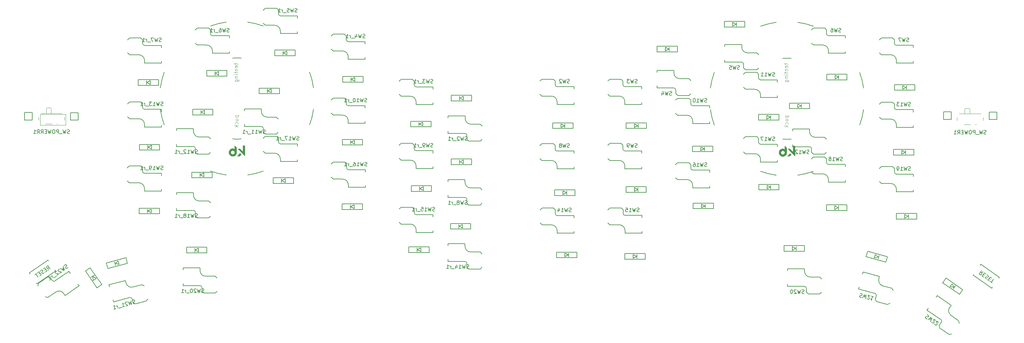
<source format=gbr>
%TF.GenerationSoftware,KiCad,Pcbnew,(6.0.5-0)*%
%TF.CreationDate,2022-12-11T16:35:27-08:00*%
%TF.ProjectId,Swept_3x6,53776570-745f-4337-9836-2e6b69636164,rev?*%
%TF.SameCoordinates,Original*%
%TF.FileFunction,Legend,Bot*%
%TF.FilePolarity,Positive*%
%FSLAX46Y46*%
G04 Gerber Fmt 4.6, Leading zero omitted, Abs format (unit mm)*
G04 Created by KiCad (PCBNEW (6.0.5-0)) date 2022-12-11 16:35:27*
%MOMM*%
%LPD*%
G01*
G04 APERTURE LIST*
%ADD10C,0.120000*%
%ADD11C,0.150000*%
%ADD12C,0.100000*%
%ADD13C,0.200000*%
%ADD14C,0.010000*%
G04 APERTURE END LIST*
D10*
X23182600Y-47055800D02*
X29913600Y-47055800D01*
X29913600Y-47055800D02*
X29913600Y-49976800D01*
X29913600Y-49976800D02*
X23182600Y-49976800D01*
X23182600Y-49976800D02*
X23182600Y-47055800D01*
D11*
%TO.C,SW16*%
X200031123Y-60907561D02*
X199888266Y-60955180D01*
X199650171Y-60955180D01*
X199554933Y-60907561D01*
X199507314Y-60859942D01*
X199459695Y-60764704D01*
X199459695Y-60669466D01*
X199507314Y-60574228D01*
X199554933Y-60526609D01*
X199650171Y-60478990D01*
X199840647Y-60431371D01*
X199935885Y-60383752D01*
X199983504Y-60336133D01*
X200031123Y-60240895D01*
X200031123Y-60145657D01*
X199983504Y-60050419D01*
X199935885Y-60002800D01*
X199840647Y-59955180D01*
X199602552Y-59955180D01*
X199459695Y-60002800D01*
X199126361Y-59955180D02*
X198888266Y-60955180D01*
X198697790Y-60240895D01*
X198507314Y-60955180D01*
X198269219Y-59955180D01*
X197364457Y-60955180D02*
X197935885Y-60955180D01*
X197650171Y-60955180D02*
X197650171Y-59955180D01*
X197745409Y-60098038D01*
X197840647Y-60193276D01*
X197935885Y-60240895D01*
X196507314Y-59955180D02*
X196697790Y-59955180D01*
X196793028Y-60002800D01*
X196840647Y-60050419D01*
X196935885Y-60193276D01*
X196983504Y-60383752D01*
X196983504Y-60764704D01*
X196935885Y-60859942D01*
X196888266Y-60907561D01*
X196793028Y-60955180D01*
X196602552Y-60955180D01*
X196507314Y-60907561D01*
X196459695Y-60859942D01*
X196412076Y-60764704D01*
X196412076Y-60526609D01*
X196459695Y-60431371D01*
X196507314Y-60383752D01*
X196602552Y-60336133D01*
X196793028Y-60336133D01*
X196888266Y-60383752D01*
X196935885Y-60431371D01*
X196983504Y-60526609D01*
%TO.C,SW20*%
X225837523Y-94664161D02*
X225694666Y-94711780D01*
X225456571Y-94711780D01*
X225361333Y-94664161D01*
X225313714Y-94616542D01*
X225266095Y-94521304D01*
X225266095Y-94426066D01*
X225313714Y-94330828D01*
X225361333Y-94283209D01*
X225456571Y-94235590D01*
X225647047Y-94187971D01*
X225742285Y-94140352D01*
X225789904Y-94092733D01*
X225837523Y-93997495D01*
X225837523Y-93902257D01*
X225789904Y-93807019D01*
X225742285Y-93759400D01*
X225647047Y-93711780D01*
X225408952Y-93711780D01*
X225266095Y-93759400D01*
X224932761Y-93711780D02*
X224694666Y-94711780D01*
X224504190Y-93997495D01*
X224313714Y-94711780D01*
X224075619Y-93711780D01*
X223742285Y-93807019D02*
X223694666Y-93759400D01*
X223599428Y-93711780D01*
X223361333Y-93711780D01*
X223266095Y-93759400D01*
X223218476Y-93807019D01*
X223170857Y-93902257D01*
X223170857Y-93997495D01*
X223218476Y-94140352D01*
X223789904Y-94711780D01*
X223170857Y-94711780D01*
X222551809Y-93711780D02*
X222456571Y-93711780D01*
X222361333Y-93759400D01*
X222313714Y-93807019D01*
X222266095Y-93902257D01*
X222218476Y-94092733D01*
X222218476Y-94330828D01*
X222266095Y-94521304D01*
X222313714Y-94616542D01*
X222361333Y-94664161D01*
X222456571Y-94711780D01*
X222551809Y-94711780D01*
X222647047Y-94664161D01*
X222694666Y-94616542D01*
X222742285Y-94521304D01*
X222789904Y-94330828D01*
X222789904Y-94092733D01*
X222742285Y-93902257D01*
X222694666Y-93807019D01*
X222647047Y-93759400D01*
X222551809Y-93711780D01*
%TO.C,SW15*%
X182073323Y-72921761D02*
X181930466Y-72969380D01*
X181692371Y-72969380D01*
X181597133Y-72921761D01*
X181549514Y-72874142D01*
X181501895Y-72778904D01*
X181501895Y-72683666D01*
X181549514Y-72588428D01*
X181597133Y-72540809D01*
X181692371Y-72493190D01*
X181882847Y-72445571D01*
X181978085Y-72397952D01*
X182025704Y-72350333D01*
X182073323Y-72255095D01*
X182073323Y-72159857D01*
X182025704Y-72064619D01*
X181978085Y-72017000D01*
X181882847Y-71969380D01*
X181644752Y-71969380D01*
X181501895Y-72017000D01*
X181168561Y-71969380D02*
X180930466Y-72969380D01*
X180739990Y-72255095D01*
X180549514Y-72969380D01*
X180311419Y-71969380D01*
X179406657Y-72969380D02*
X179978085Y-72969380D01*
X179692371Y-72969380D02*
X179692371Y-71969380D01*
X179787609Y-72112238D01*
X179882847Y-72207476D01*
X179978085Y-72255095D01*
X178501895Y-71969380D02*
X178978085Y-71969380D01*
X179025704Y-72445571D01*
X178978085Y-72397952D01*
X178882847Y-72350333D01*
X178644752Y-72350333D01*
X178549514Y-72397952D01*
X178501895Y-72445571D01*
X178454276Y-72540809D01*
X178454276Y-72778904D01*
X178501895Y-72874142D01*
X178549514Y-72921761D01*
X178644752Y-72969380D01*
X178882847Y-72969380D01*
X178978085Y-72921761D01*
X179025704Y-72874142D01*
%TO.C,SW21*%
X240757153Y-94707794D02*
X240907467Y-94698772D01*
X241137449Y-94760396D01*
X241217117Y-94831041D01*
X241250789Y-94889363D01*
X241272136Y-94993680D01*
X241247487Y-95085673D01*
X241176841Y-95165341D01*
X241118520Y-95199013D01*
X241014202Y-95220360D01*
X240817892Y-95217058D01*
X240713574Y-95238405D01*
X240655253Y-95272077D01*
X240584607Y-95351745D01*
X240559957Y-95443738D01*
X240581304Y-95548055D01*
X240614976Y-95606377D01*
X240694644Y-95677023D01*
X240924627Y-95738646D01*
X241074941Y-95729624D01*
X241384591Y-95861893D02*
X241873393Y-94957591D01*
X241872508Y-95696837D01*
X242241364Y-95056189D01*
X242212528Y-96083738D01*
X242559153Y-96078018D02*
X242592824Y-96136339D01*
X242672492Y-96206985D01*
X242902475Y-96268609D01*
X243006792Y-96247262D01*
X243065114Y-96213590D01*
X243135760Y-96133922D01*
X243160409Y-96041929D01*
X243151387Y-95891615D01*
X242747326Y-95191761D01*
X243345280Y-95351982D01*
X244265209Y-95598476D02*
X243713251Y-95450580D01*
X243989230Y-95524528D02*
X243730411Y-96490454D01*
X243675392Y-96327815D01*
X243608049Y-96211173D01*
X243528381Y-96140527D01*
%TO.C,SW17*%
X218039723Y-54024161D02*
X217896866Y-54071780D01*
X217658771Y-54071780D01*
X217563533Y-54024161D01*
X217515914Y-53976542D01*
X217468295Y-53881304D01*
X217468295Y-53786066D01*
X217515914Y-53690828D01*
X217563533Y-53643209D01*
X217658771Y-53595590D01*
X217849247Y-53547971D01*
X217944485Y-53500352D01*
X217992104Y-53452733D01*
X218039723Y-53357495D01*
X218039723Y-53262257D01*
X217992104Y-53167019D01*
X217944485Y-53119400D01*
X217849247Y-53071780D01*
X217611152Y-53071780D01*
X217468295Y-53119400D01*
X217134961Y-53071780D02*
X216896866Y-54071780D01*
X216706390Y-53357495D01*
X216515914Y-54071780D01*
X216277819Y-53071780D01*
X215373057Y-54071780D02*
X215944485Y-54071780D01*
X215658771Y-54071780D02*
X215658771Y-53071780D01*
X215754009Y-53214638D01*
X215849247Y-53309876D01*
X215944485Y-53357495D01*
X215039723Y-53071780D02*
X214373057Y-53071780D01*
X214801628Y-54071780D01*
%TO.C,SW18*%
X236048323Y-59383561D02*
X235905466Y-59431180D01*
X235667371Y-59431180D01*
X235572133Y-59383561D01*
X235524514Y-59335942D01*
X235476895Y-59240704D01*
X235476895Y-59145466D01*
X235524514Y-59050228D01*
X235572133Y-59002609D01*
X235667371Y-58954990D01*
X235857847Y-58907371D01*
X235953085Y-58859752D01*
X236000704Y-58812133D01*
X236048323Y-58716895D01*
X236048323Y-58621657D01*
X236000704Y-58526419D01*
X235953085Y-58478800D01*
X235857847Y-58431180D01*
X235619752Y-58431180D01*
X235476895Y-58478800D01*
X235143561Y-58431180D02*
X234905466Y-59431180D01*
X234714990Y-58716895D01*
X234524514Y-59431180D01*
X234286419Y-58431180D01*
X233381657Y-59431180D02*
X233953085Y-59431180D01*
X233667371Y-59431180D02*
X233667371Y-58431180D01*
X233762609Y-58574038D01*
X233857847Y-58669276D01*
X233953085Y-58716895D01*
X232810228Y-58859752D02*
X232905466Y-58812133D01*
X232953085Y-58764514D01*
X233000704Y-58669276D01*
X233000704Y-58621657D01*
X232953085Y-58526419D01*
X232905466Y-58478800D01*
X232810228Y-58431180D01*
X232619752Y-58431180D01*
X232524514Y-58478800D01*
X232476895Y-58526419D01*
X232429276Y-58621657D01*
X232429276Y-58669276D01*
X232476895Y-58764514D01*
X232524514Y-58812133D01*
X232619752Y-58859752D01*
X232810228Y-58859752D01*
X232905466Y-58907371D01*
X232953085Y-58954990D01*
X233000704Y-59050228D01*
X233000704Y-59240704D01*
X232953085Y-59335942D01*
X232905466Y-59383561D01*
X232810228Y-59431180D01*
X232619752Y-59431180D01*
X232524514Y-59383561D01*
X232476895Y-59335942D01*
X232429276Y-59240704D01*
X232429276Y-59050228D01*
X232476895Y-58954990D01*
X232524514Y-58907371D01*
X232619752Y-58859752D01*
%TO.C,SW4*%
X190690333Y-41908361D02*
X190547476Y-41955980D01*
X190309380Y-41955980D01*
X190214142Y-41908361D01*
X190166523Y-41860742D01*
X190118904Y-41765504D01*
X190118904Y-41670266D01*
X190166523Y-41575028D01*
X190214142Y-41527409D01*
X190309380Y-41479790D01*
X190499857Y-41432171D01*
X190595095Y-41384552D01*
X190642714Y-41336933D01*
X190690333Y-41241695D01*
X190690333Y-41146457D01*
X190642714Y-41051219D01*
X190595095Y-41003600D01*
X190499857Y-40955980D01*
X190261761Y-40955980D01*
X190118904Y-41003600D01*
X189785571Y-40955980D02*
X189547476Y-41955980D01*
X189357000Y-41241695D01*
X189166523Y-41955980D01*
X188928428Y-40955980D01*
X188118904Y-41289314D02*
X188118904Y-41955980D01*
X188357000Y-40908361D02*
X188595095Y-41622647D01*
X187976047Y-41622647D01*
%TO.C,SW3*%
X181571733Y-38707961D02*
X181428876Y-38755580D01*
X181190780Y-38755580D01*
X181095542Y-38707961D01*
X181047923Y-38660342D01*
X181000304Y-38565104D01*
X181000304Y-38469866D01*
X181047923Y-38374628D01*
X181095542Y-38327009D01*
X181190780Y-38279390D01*
X181381257Y-38231771D01*
X181476495Y-38184152D01*
X181524114Y-38136533D01*
X181571733Y-38041295D01*
X181571733Y-37946057D01*
X181524114Y-37850819D01*
X181476495Y-37803200D01*
X181381257Y-37755580D01*
X181143161Y-37755580D01*
X181000304Y-37803200D01*
X180666971Y-37755580D02*
X180428876Y-38755580D01*
X180238400Y-38041295D01*
X180047923Y-38755580D01*
X179809828Y-37755580D01*
X179524114Y-37755580D02*
X178905066Y-37755580D01*
X179238400Y-38136533D01*
X179095542Y-38136533D01*
X179000304Y-38184152D01*
X178952685Y-38231771D01*
X178905066Y-38327009D01*
X178905066Y-38565104D01*
X178952685Y-38660342D01*
X179000304Y-38707961D01*
X179095542Y-38755580D01*
X179381257Y-38755580D01*
X179476495Y-38707961D01*
X179524114Y-38660342D01*
%TO.C,SW9*%
X181571733Y-55802161D02*
X181428876Y-55849780D01*
X181190780Y-55849780D01*
X181095542Y-55802161D01*
X181047923Y-55754542D01*
X181000304Y-55659304D01*
X181000304Y-55564066D01*
X181047923Y-55468828D01*
X181095542Y-55421209D01*
X181190780Y-55373590D01*
X181381257Y-55325971D01*
X181476495Y-55278352D01*
X181524114Y-55230733D01*
X181571733Y-55135495D01*
X181571733Y-55040257D01*
X181524114Y-54945019D01*
X181476495Y-54897400D01*
X181381257Y-54849780D01*
X181143161Y-54849780D01*
X181000304Y-54897400D01*
X180666971Y-54849780D02*
X180428876Y-55849780D01*
X180238400Y-55135495D01*
X180047923Y-55849780D01*
X179809828Y-54849780D01*
X179381257Y-55849780D02*
X179190780Y-55849780D01*
X179095542Y-55802161D01*
X179047923Y-55754542D01*
X178952685Y-55611685D01*
X178905066Y-55421209D01*
X178905066Y-55040257D01*
X178952685Y-54945019D01*
X179000304Y-54897400D01*
X179095542Y-54849780D01*
X179286019Y-54849780D01*
X179381257Y-54897400D01*
X179428876Y-54945019D01*
X179476495Y-55040257D01*
X179476495Y-55278352D01*
X179428876Y-55373590D01*
X179381257Y-55421209D01*
X179286019Y-55468828D01*
X179095542Y-55468828D01*
X179000304Y-55421209D01*
X178952685Y-55373590D01*
X178905066Y-55278352D01*
%TO.C,SW14*%
X164064723Y-72947161D02*
X163921866Y-72994780D01*
X163683771Y-72994780D01*
X163588533Y-72947161D01*
X163540914Y-72899542D01*
X163493295Y-72804304D01*
X163493295Y-72709066D01*
X163540914Y-72613828D01*
X163588533Y-72566209D01*
X163683771Y-72518590D01*
X163874247Y-72470971D01*
X163969485Y-72423352D01*
X164017104Y-72375733D01*
X164064723Y-72280495D01*
X164064723Y-72185257D01*
X164017104Y-72090019D01*
X163969485Y-72042400D01*
X163874247Y-71994780D01*
X163636152Y-71994780D01*
X163493295Y-72042400D01*
X163159961Y-71994780D02*
X162921866Y-72994780D01*
X162731390Y-72280495D01*
X162540914Y-72994780D01*
X162302819Y-71994780D01*
X161398057Y-72994780D02*
X161969485Y-72994780D01*
X161683771Y-72994780D02*
X161683771Y-71994780D01*
X161779009Y-72137638D01*
X161874247Y-72232876D01*
X161969485Y-72280495D01*
X160540914Y-72328114D02*
X160540914Y-72994780D01*
X160779009Y-71947161D02*
X161017104Y-72661447D01*
X160398057Y-72661447D01*
%TO.C,SW12*%
X227158323Y-57503961D02*
X227015466Y-57551580D01*
X226777371Y-57551580D01*
X226682133Y-57503961D01*
X226634514Y-57456342D01*
X226586895Y-57361104D01*
X226586895Y-57265866D01*
X226634514Y-57170628D01*
X226682133Y-57123009D01*
X226777371Y-57075390D01*
X226967847Y-57027771D01*
X227063085Y-56980152D01*
X227110704Y-56932533D01*
X227158323Y-56837295D01*
X227158323Y-56742057D01*
X227110704Y-56646819D01*
X227063085Y-56599200D01*
X226967847Y-56551580D01*
X226729752Y-56551580D01*
X226586895Y-56599200D01*
X226253561Y-56551580D02*
X226015466Y-57551580D01*
X225824990Y-56837295D01*
X225634514Y-57551580D01*
X225396419Y-56551580D01*
X224491657Y-57551580D02*
X225063085Y-57551580D01*
X224777371Y-57551580D02*
X224777371Y-56551580D01*
X224872609Y-56694438D01*
X224967847Y-56789676D01*
X225063085Y-56837295D01*
X224110704Y-56646819D02*
X224063085Y-56599200D01*
X223967847Y-56551580D01*
X223729752Y-56551580D01*
X223634514Y-56599200D01*
X223586895Y-56646819D01*
X223539276Y-56742057D01*
X223539276Y-56837295D01*
X223586895Y-56980152D01*
X224158323Y-57551580D01*
X223539276Y-57551580D01*
%TO.C,SW11*%
X218039723Y-36904561D02*
X217896866Y-36952180D01*
X217658771Y-36952180D01*
X217563533Y-36904561D01*
X217515914Y-36856942D01*
X217468295Y-36761704D01*
X217468295Y-36666466D01*
X217515914Y-36571228D01*
X217563533Y-36523609D01*
X217658771Y-36475990D01*
X217849247Y-36428371D01*
X217944485Y-36380752D01*
X217992104Y-36333133D01*
X218039723Y-36237895D01*
X218039723Y-36142657D01*
X217992104Y-36047419D01*
X217944485Y-35999800D01*
X217849247Y-35952180D01*
X217611152Y-35952180D01*
X217468295Y-35999800D01*
X217134961Y-35952180D02*
X216896866Y-36952180D01*
X216706390Y-36237895D01*
X216515914Y-36952180D01*
X216277819Y-35952180D01*
X215373057Y-36952180D02*
X215944485Y-36952180D01*
X215658771Y-36952180D02*
X215658771Y-35952180D01*
X215754009Y-36095038D01*
X215849247Y-36190276D01*
X215944485Y-36237895D01*
X214420676Y-36952180D02*
X214992104Y-36952180D01*
X214706390Y-36952180D02*
X214706390Y-35952180D01*
X214801628Y-36095038D01*
X214896866Y-36190276D01*
X214992104Y-36237895D01*
%TO.C,SW8*%
X163563133Y-55827561D02*
X163420276Y-55875180D01*
X163182180Y-55875180D01*
X163086942Y-55827561D01*
X163039323Y-55779942D01*
X162991704Y-55684704D01*
X162991704Y-55589466D01*
X163039323Y-55494228D01*
X163086942Y-55446609D01*
X163182180Y-55398990D01*
X163372657Y-55351371D01*
X163467895Y-55303752D01*
X163515514Y-55256133D01*
X163563133Y-55160895D01*
X163563133Y-55065657D01*
X163515514Y-54970419D01*
X163467895Y-54922800D01*
X163372657Y-54875180D01*
X163134561Y-54875180D01*
X162991704Y-54922800D01*
X162658371Y-54875180D02*
X162420276Y-55875180D01*
X162229800Y-55160895D01*
X162039323Y-55875180D01*
X161801228Y-54875180D01*
X161277419Y-55303752D02*
X161372657Y-55256133D01*
X161420276Y-55208514D01*
X161467895Y-55113276D01*
X161467895Y-55065657D01*
X161420276Y-54970419D01*
X161372657Y-54922800D01*
X161277419Y-54875180D01*
X161086942Y-54875180D01*
X160991704Y-54922800D01*
X160944085Y-54970419D01*
X160896466Y-55065657D01*
X160896466Y-55113276D01*
X160944085Y-55208514D01*
X160991704Y-55256133D01*
X161086942Y-55303752D01*
X161277419Y-55303752D01*
X161372657Y-55351371D01*
X161420276Y-55398990D01*
X161467895Y-55494228D01*
X161467895Y-55684704D01*
X161420276Y-55779942D01*
X161372657Y-55827561D01*
X161277419Y-55875180D01*
X161086942Y-55875180D01*
X160991704Y-55827561D01*
X160944085Y-55779942D01*
X160896466Y-55684704D01*
X160896466Y-55494228D01*
X160944085Y-55398990D01*
X160991704Y-55351371D01*
X161086942Y-55303752D01*
%TO.C,SW6*%
X235597533Y-25144361D02*
X235454676Y-25191980D01*
X235216580Y-25191980D01*
X235121342Y-25144361D01*
X235073723Y-25096742D01*
X235026104Y-25001504D01*
X235026104Y-24906266D01*
X235073723Y-24811028D01*
X235121342Y-24763409D01*
X235216580Y-24715790D01*
X235407057Y-24668171D01*
X235502295Y-24620552D01*
X235549914Y-24572933D01*
X235597533Y-24477695D01*
X235597533Y-24382457D01*
X235549914Y-24287219D01*
X235502295Y-24239600D01*
X235407057Y-24191980D01*
X235168961Y-24191980D01*
X235026104Y-24239600D01*
X234692771Y-24191980D02*
X234454676Y-25191980D01*
X234264200Y-24477695D01*
X234073723Y-25191980D01*
X233835628Y-24191980D01*
X233026104Y-24191980D02*
X233216580Y-24191980D01*
X233311819Y-24239600D01*
X233359438Y-24287219D01*
X233454676Y-24430076D01*
X233502295Y-24620552D01*
X233502295Y-25001504D01*
X233454676Y-25096742D01*
X233407057Y-25144361D01*
X233311819Y-25191980D01*
X233121342Y-25191980D01*
X233026104Y-25144361D01*
X232978485Y-25096742D01*
X232930866Y-25001504D01*
X232930866Y-24763409D01*
X232978485Y-24668171D01*
X233026104Y-24620552D01*
X233121342Y-24572933D01*
X233311819Y-24572933D01*
X233407057Y-24620552D01*
X233454676Y-24668171D01*
X233502295Y-24763409D01*
%TO.C,SW5*%
X208698933Y-35050361D02*
X208556076Y-35097980D01*
X208317980Y-35097980D01*
X208222742Y-35050361D01*
X208175123Y-35002742D01*
X208127504Y-34907504D01*
X208127504Y-34812266D01*
X208175123Y-34717028D01*
X208222742Y-34669409D01*
X208317980Y-34621790D01*
X208508457Y-34574171D01*
X208603695Y-34526552D01*
X208651314Y-34478933D01*
X208698933Y-34383695D01*
X208698933Y-34288457D01*
X208651314Y-34193219D01*
X208603695Y-34145600D01*
X208508457Y-34097980D01*
X208270361Y-34097980D01*
X208127504Y-34145600D01*
X207794171Y-34097980D02*
X207556076Y-35097980D01*
X207365600Y-34383695D01*
X207175123Y-35097980D01*
X206937028Y-34097980D01*
X206079885Y-34097980D02*
X206556076Y-34097980D01*
X206603695Y-34574171D01*
X206556076Y-34526552D01*
X206460838Y-34478933D01*
X206222742Y-34478933D01*
X206127504Y-34526552D01*
X206079885Y-34574171D01*
X206032266Y-34669409D01*
X206032266Y-34907504D01*
X206079885Y-35002742D01*
X206127504Y-35050361D01*
X206222742Y-35097980D01*
X206460838Y-35097980D01*
X206556076Y-35050361D01*
X206603695Y-35002742D01*
%TO.C,SW2*%
X163563133Y-38707961D02*
X163420276Y-38755580D01*
X163182180Y-38755580D01*
X163086942Y-38707961D01*
X163039323Y-38660342D01*
X162991704Y-38565104D01*
X162991704Y-38469866D01*
X163039323Y-38374628D01*
X163086942Y-38327009D01*
X163182180Y-38279390D01*
X163372657Y-38231771D01*
X163467895Y-38184152D01*
X163515514Y-38136533D01*
X163563133Y-38041295D01*
X163563133Y-37946057D01*
X163515514Y-37850819D01*
X163467895Y-37803200D01*
X163372657Y-37755580D01*
X163134561Y-37755580D01*
X162991704Y-37803200D01*
X162658371Y-37755580D02*
X162420276Y-38755580D01*
X162229800Y-38041295D01*
X162039323Y-38755580D01*
X161801228Y-37755580D01*
X161467895Y-37850819D02*
X161420276Y-37803200D01*
X161325038Y-37755580D01*
X161086942Y-37755580D01*
X160991704Y-37803200D01*
X160944085Y-37850819D01*
X160896466Y-37946057D01*
X160896466Y-38041295D01*
X160944085Y-38184152D01*
X161515514Y-38755580D01*
X160896466Y-38755580D01*
%TO.C,RSW1*%
X273363786Y-88999223D02*
X272817603Y-89198103D01*
X272895699Y-88671465D02*
X272322122Y-89490617D01*
X272634180Y-89709123D01*
X272739508Y-89724742D01*
X272805828Y-89713048D01*
X272899462Y-89662346D01*
X272981401Y-89545325D01*
X272997021Y-89439997D01*
X272985326Y-89373677D01*
X272934625Y-89280043D01*
X272622567Y-89061538D01*
X273414406Y-89674121D02*
X273687457Y-89865313D01*
X274104923Y-89518173D02*
X273714851Y-89245042D01*
X273141274Y-90064194D01*
X273531347Y-90337325D01*
X274389668Y-89775686D02*
X274534003Y-89818618D01*
X274729039Y-89955184D01*
X274779740Y-90048818D01*
X274791435Y-90115138D01*
X274775815Y-90220466D01*
X274721189Y-90298480D01*
X274627556Y-90349181D01*
X274561235Y-90360875D01*
X274455907Y-90345256D01*
X274272565Y-90275011D01*
X274167238Y-90259392D01*
X274100917Y-90271086D01*
X274007284Y-90321787D01*
X273952657Y-90399802D01*
X273937038Y-90505129D01*
X273948732Y-90571450D01*
X273999434Y-90665083D01*
X274194470Y-90801649D01*
X274338805Y-90844581D01*
X274935688Y-90739335D02*
X275208739Y-90930527D01*
X275626206Y-90583387D02*
X275236133Y-90310255D01*
X274662557Y-91129407D01*
X275052629Y-91402539D01*
X275286673Y-91566418D02*
X275754760Y-91894176D01*
X276094293Y-90911145D02*
X275520716Y-91730297D01*
%TO.C,SW10*%
X200031123Y-43787961D02*
X199888266Y-43835580D01*
X199650171Y-43835580D01*
X199554933Y-43787961D01*
X199507314Y-43740342D01*
X199459695Y-43645104D01*
X199459695Y-43549866D01*
X199507314Y-43454628D01*
X199554933Y-43407009D01*
X199650171Y-43359390D01*
X199840647Y-43311771D01*
X199935885Y-43264152D01*
X199983504Y-43216533D01*
X200031123Y-43121295D01*
X200031123Y-43026057D01*
X199983504Y-42930819D01*
X199935885Y-42883200D01*
X199840647Y-42835580D01*
X199602552Y-42835580D01*
X199459695Y-42883200D01*
X199126361Y-42835580D02*
X198888266Y-43835580D01*
X198697790Y-43121295D01*
X198507314Y-43835580D01*
X198269219Y-42835580D01*
X197364457Y-43835580D02*
X197935885Y-43835580D01*
X197650171Y-43835580D02*
X197650171Y-42835580D01*
X197745409Y-42978438D01*
X197840647Y-43073676D01*
X197935885Y-43121295D01*
X196745409Y-42835580D02*
X196650171Y-42835580D01*
X196554933Y-42883200D01*
X196507314Y-42930819D01*
X196459695Y-43026057D01*
X196412076Y-43216533D01*
X196412076Y-43454628D01*
X196459695Y-43645104D01*
X196507314Y-43740342D01*
X196554933Y-43787961D01*
X196650171Y-43835580D01*
X196745409Y-43835580D01*
X196840647Y-43787961D01*
X196888266Y-43740342D01*
X196935885Y-43645104D01*
X196983504Y-43454628D01*
X196983504Y-43216533D01*
X196935885Y-43026057D01*
X196888266Y-42930819D01*
X196840647Y-42883200D01*
X196745409Y-42835580D01*
D12*
%TO.C,REF\u002A\u002A*%
X220833714Y-33514500D02*
X220833714Y-33895452D01*
X220500380Y-33657357D02*
X221357523Y-33657357D01*
X221452761Y-33704976D01*
X221500380Y-33800214D01*
X221500380Y-33895452D01*
X221452761Y-34609738D02*
X221500380Y-34514500D01*
X221500380Y-34324023D01*
X221452761Y-34228785D01*
X221357523Y-34181166D01*
X220976571Y-34181166D01*
X220881333Y-34228785D01*
X220833714Y-34324023D01*
X220833714Y-34514500D01*
X220881333Y-34609738D01*
X220976571Y-34657357D01*
X221071809Y-34657357D01*
X221167047Y-34181166D01*
X220833714Y-35085928D02*
X221500380Y-35085928D01*
X220928952Y-35085928D02*
X220881333Y-35133547D01*
X220833714Y-35228785D01*
X220833714Y-35371642D01*
X220881333Y-35466880D01*
X220976571Y-35514500D01*
X221500380Y-35514500D01*
X220833714Y-35847833D02*
X220833714Y-36228785D01*
X220500380Y-35990690D02*
X221357523Y-35990690D01*
X221452761Y-36038309D01*
X221500380Y-36133547D01*
X221500380Y-36228785D01*
X221500380Y-36562119D02*
X220833714Y-36562119D01*
X220500380Y-36562119D02*
X220548000Y-36514500D01*
X220595619Y-36562119D01*
X220548000Y-36609738D01*
X220500380Y-36562119D01*
X220595619Y-36562119D01*
X220833714Y-37038309D02*
X221500380Y-37038309D01*
X220928952Y-37038309D02*
X220881333Y-37085928D01*
X220833714Y-37181166D01*
X220833714Y-37324023D01*
X220881333Y-37419261D01*
X220976571Y-37466880D01*
X221500380Y-37466880D01*
X220833714Y-38371642D02*
X221643238Y-38371642D01*
X221738476Y-38324023D01*
X221786095Y-38276404D01*
X221833714Y-38181166D01*
X221833714Y-38038309D01*
X221786095Y-37943071D01*
X221452761Y-38371642D02*
X221500380Y-38276404D01*
X221500380Y-38085928D01*
X221452761Y-37990690D01*
X221405142Y-37943071D01*
X221309904Y-37895452D01*
X221024190Y-37895452D01*
X220928952Y-37943071D01*
X220881333Y-37990690D01*
X220833714Y-38085928D01*
X220833714Y-38276404D01*
X220881333Y-38371642D01*
X220897214Y-47468500D02*
X221897214Y-47468500D01*
X220944833Y-47468500D02*
X220897214Y-47563738D01*
X220897214Y-47754214D01*
X220944833Y-47849452D01*
X220992452Y-47897071D01*
X221087690Y-47944690D01*
X221373404Y-47944690D01*
X221468642Y-47897071D01*
X221516261Y-47849452D01*
X221563880Y-47754214D01*
X221563880Y-47563738D01*
X221516261Y-47468500D01*
X220897214Y-48801833D02*
X221563880Y-48801833D01*
X220897214Y-48373261D02*
X221421023Y-48373261D01*
X221516261Y-48420880D01*
X221563880Y-48516119D01*
X221563880Y-48658976D01*
X221516261Y-48754214D01*
X221468642Y-48801833D01*
X221516261Y-49706595D02*
X221563880Y-49611357D01*
X221563880Y-49420880D01*
X221516261Y-49325642D01*
X221468642Y-49278023D01*
X221373404Y-49230404D01*
X221087690Y-49230404D01*
X220992452Y-49278023D01*
X220944833Y-49325642D01*
X220897214Y-49420880D01*
X220897214Y-49611357D01*
X220944833Y-49706595D01*
X221563880Y-50135166D02*
X220563880Y-50135166D01*
X221182928Y-50230404D02*
X221563880Y-50516119D01*
X220897214Y-50516119D02*
X221278166Y-50135166D01*
D11*
%TO.C,SW17_r1*%
X91799990Y-53897161D02*
X91657133Y-53944780D01*
X91419038Y-53944780D01*
X91323800Y-53897161D01*
X91276180Y-53849542D01*
X91228561Y-53754304D01*
X91228561Y-53659066D01*
X91276180Y-53563828D01*
X91323800Y-53516209D01*
X91419038Y-53468590D01*
X91609514Y-53420971D01*
X91704752Y-53373352D01*
X91752371Y-53325733D01*
X91799990Y-53230495D01*
X91799990Y-53135257D01*
X91752371Y-53040019D01*
X91704752Y-52992400D01*
X91609514Y-52944780D01*
X91371419Y-52944780D01*
X91228561Y-52992400D01*
X90895228Y-52944780D02*
X90657133Y-53944780D01*
X90466657Y-53230495D01*
X90276180Y-53944780D01*
X90038085Y-52944780D01*
X89133323Y-53944780D02*
X89704752Y-53944780D01*
X89419038Y-53944780D02*
X89419038Y-52944780D01*
X89514276Y-53087638D01*
X89609514Y-53182876D01*
X89704752Y-53230495D01*
X88799990Y-52944780D02*
X88133323Y-52944780D01*
X88561895Y-53944780D01*
X87990466Y-54040019D02*
X87228561Y-54040019D01*
X86990466Y-53944780D02*
X86990466Y-53278114D01*
X86990466Y-53468590D02*
X86942847Y-53373352D01*
X86895228Y-53325733D01*
X86799990Y-53278114D01*
X86704752Y-53278114D01*
X85847609Y-53944780D02*
X86419038Y-53944780D01*
X86133323Y-53944780D02*
X86133323Y-52944780D01*
X86228561Y-53087638D01*
X86323800Y-53182876D01*
X86419038Y-53230495D01*
%TO.C,SW11_r1*%
X82884590Y-52144561D02*
X82741733Y-52192180D01*
X82503638Y-52192180D01*
X82408400Y-52144561D01*
X82360780Y-52096942D01*
X82313161Y-52001704D01*
X82313161Y-51906466D01*
X82360780Y-51811228D01*
X82408400Y-51763609D01*
X82503638Y-51715990D01*
X82694114Y-51668371D01*
X82789352Y-51620752D01*
X82836971Y-51573133D01*
X82884590Y-51477895D01*
X82884590Y-51382657D01*
X82836971Y-51287419D01*
X82789352Y-51239800D01*
X82694114Y-51192180D01*
X82456019Y-51192180D01*
X82313161Y-51239800D01*
X81979828Y-51192180D02*
X81741733Y-52192180D01*
X81551257Y-51477895D01*
X81360780Y-52192180D01*
X81122685Y-51192180D01*
X80217923Y-52192180D02*
X80789352Y-52192180D01*
X80503638Y-52192180D02*
X80503638Y-51192180D01*
X80598876Y-51335038D01*
X80694114Y-51430276D01*
X80789352Y-51477895D01*
X79265542Y-52192180D02*
X79836971Y-52192180D01*
X79551257Y-52192180D02*
X79551257Y-51192180D01*
X79646495Y-51335038D01*
X79741733Y-51430276D01*
X79836971Y-51477895D01*
X79075066Y-52287419D02*
X78313161Y-52287419D01*
X78075066Y-52192180D02*
X78075066Y-51525514D01*
X78075066Y-51715990D02*
X78027447Y-51620752D01*
X77979828Y-51573133D01*
X77884590Y-51525514D01*
X77789352Y-51525514D01*
X76932209Y-52192180D02*
X77503638Y-52192180D01*
X77217923Y-52192180D02*
X77217923Y-51192180D01*
X77313161Y-51335038D01*
X77408400Y-51430276D01*
X77503638Y-51477895D01*
%TO.C,SW15_r1*%
X127817190Y-72743961D02*
X127674333Y-72791580D01*
X127436238Y-72791580D01*
X127341000Y-72743961D01*
X127293380Y-72696342D01*
X127245761Y-72601104D01*
X127245761Y-72505866D01*
X127293380Y-72410628D01*
X127341000Y-72363009D01*
X127436238Y-72315390D01*
X127626714Y-72267771D01*
X127721952Y-72220152D01*
X127769571Y-72172533D01*
X127817190Y-72077295D01*
X127817190Y-71982057D01*
X127769571Y-71886819D01*
X127721952Y-71839200D01*
X127626714Y-71791580D01*
X127388619Y-71791580D01*
X127245761Y-71839200D01*
X126912428Y-71791580D02*
X126674333Y-72791580D01*
X126483857Y-72077295D01*
X126293380Y-72791580D01*
X126055285Y-71791580D01*
X125150523Y-72791580D02*
X125721952Y-72791580D01*
X125436238Y-72791580D02*
X125436238Y-71791580D01*
X125531476Y-71934438D01*
X125626714Y-72029676D01*
X125721952Y-72077295D01*
X124245761Y-71791580D02*
X124721952Y-71791580D01*
X124769571Y-72267771D01*
X124721952Y-72220152D01*
X124626714Y-72172533D01*
X124388619Y-72172533D01*
X124293380Y-72220152D01*
X124245761Y-72267771D01*
X124198142Y-72363009D01*
X124198142Y-72601104D01*
X124245761Y-72696342D01*
X124293380Y-72743961D01*
X124388619Y-72791580D01*
X124626714Y-72791580D01*
X124721952Y-72743961D01*
X124769571Y-72696342D01*
X124007666Y-72886819D02*
X123245761Y-72886819D01*
X123007666Y-72791580D02*
X123007666Y-72124914D01*
X123007666Y-72315390D02*
X122960047Y-72220152D01*
X122912428Y-72172533D01*
X122817190Y-72124914D01*
X122721952Y-72124914D01*
X121864809Y-72791580D02*
X122436238Y-72791580D01*
X122150523Y-72791580D02*
X122150523Y-71791580D01*
X122245761Y-71934438D01*
X122341000Y-72029676D01*
X122436238Y-72077295D01*
%TO.C,SW18_r1*%
X64875990Y-74445761D02*
X64733133Y-74493380D01*
X64495038Y-74493380D01*
X64399800Y-74445761D01*
X64352180Y-74398142D01*
X64304561Y-74302904D01*
X64304561Y-74207666D01*
X64352180Y-74112428D01*
X64399800Y-74064809D01*
X64495038Y-74017190D01*
X64685514Y-73969571D01*
X64780752Y-73921952D01*
X64828371Y-73874333D01*
X64875990Y-73779095D01*
X64875990Y-73683857D01*
X64828371Y-73588619D01*
X64780752Y-73541000D01*
X64685514Y-73493380D01*
X64447419Y-73493380D01*
X64304561Y-73541000D01*
X63971228Y-73493380D02*
X63733133Y-74493380D01*
X63542657Y-73779095D01*
X63352180Y-74493380D01*
X63114085Y-73493380D01*
X62209323Y-74493380D02*
X62780752Y-74493380D01*
X62495038Y-74493380D02*
X62495038Y-73493380D01*
X62590276Y-73636238D01*
X62685514Y-73731476D01*
X62780752Y-73779095D01*
X61637895Y-73921952D02*
X61733133Y-73874333D01*
X61780752Y-73826714D01*
X61828371Y-73731476D01*
X61828371Y-73683857D01*
X61780752Y-73588619D01*
X61733133Y-73541000D01*
X61637895Y-73493380D01*
X61447419Y-73493380D01*
X61352180Y-73541000D01*
X61304561Y-73588619D01*
X61256942Y-73683857D01*
X61256942Y-73731476D01*
X61304561Y-73826714D01*
X61352180Y-73874333D01*
X61447419Y-73921952D01*
X61637895Y-73921952D01*
X61733133Y-73969571D01*
X61780752Y-74017190D01*
X61828371Y-74112428D01*
X61828371Y-74302904D01*
X61780752Y-74398142D01*
X61733133Y-74445761D01*
X61637895Y-74493380D01*
X61447419Y-74493380D01*
X61352180Y-74445761D01*
X61304561Y-74398142D01*
X61256942Y-74302904D01*
X61256942Y-74112428D01*
X61304561Y-74017190D01*
X61352180Y-73969571D01*
X61447419Y-73921952D01*
X61066466Y-74588619D02*
X60304561Y-74588619D01*
X60066466Y-74493380D02*
X60066466Y-73826714D01*
X60066466Y-74017190D02*
X60018847Y-73921952D01*
X59971228Y-73874333D01*
X59875990Y-73826714D01*
X59780752Y-73826714D01*
X58923609Y-74493380D02*
X59495038Y-74493380D01*
X59209323Y-74493380D02*
X59209323Y-73493380D01*
X59304561Y-73636238D01*
X59399800Y-73731476D01*
X59495038Y-73779095D01*
%TO.C,SW6_r1*%
X73289800Y-25144361D02*
X73146942Y-25191980D01*
X72908847Y-25191980D01*
X72813609Y-25144361D01*
X72765990Y-25096742D01*
X72718371Y-25001504D01*
X72718371Y-24906266D01*
X72765990Y-24811028D01*
X72813609Y-24763409D01*
X72908847Y-24715790D01*
X73099323Y-24668171D01*
X73194561Y-24620552D01*
X73242180Y-24572933D01*
X73289800Y-24477695D01*
X73289800Y-24382457D01*
X73242180Y-24287219D01*
X73194561Y-24239600D01*
X73099323Y-24191980D01*
X72861228Y-24191980D01*
X72718371Y-24239600D01*
X72385038Y-24191980D02*
X72146942Y-25191980D01*
X71956466Y-24477695D01*
X71765990Y-25191980D01*
X71527895Y-24191980D01*
X70718371Y-24191980D02*
X70908847Y-24191980D01*
X71004085Y-24239600D01*
X71051704Y-24287219D01*
X71146942Y-24430076D01*
X71194561Y-24620552D01*
X71194561Y-25001504D01*
X71146942Y-25096742D01*
X71099323Y-25144361D01*
X71004085Y-25191980D01*
X70813609Y-25191980D01*
X70718371Y-25144361D01*
X70670752Y-25096742D01*
X70623133Y-25001504D01*
X70623133Y-24763409D01*
X70670752Y-24668171D01*
X70718371Y-24620552D01*
X70813609Y-24572933D01*
X71004085Y-24572933D01*
X71099323Y-24620552D01*
X71146942Y-24668171D01*
X71194561Y-24763409D01*
X70432657Y-25287219D02*
X69670752Y-25287219D01*
X69432657Y-25191980D02*
X69432657Y-24525314D01*
X69432657Y-24715790D02*
X69385038Y-24620552D01*
X69337419Y-24572933D01*
X69242180Y-24525314D01*
X69146942Y-24525314D01*
X68289800Y-25191980D02*
X68861228Y-25191980D01*
X68575514Y-25191980D02*
X68575514Y-24191980D01*
X68670752Y-24334838D01*
X68765990Y-24430076D01*
X68861228Y-24477695D01*
%TO.C,SW5_r1*%
X91323800Y-19886561D02*
X91180942Y-19934180D01*
X90942847Y-19934180D01*
X90847609Y-19886561D01*
X90799990Y-19838942D01*
X90752371Y-19743704D01*
X90752371Y-19648466D01*
X90799990Y-19553228D01*
X90847609Y-19505609D01*
X90942847Y-19457990D01*
X91133323Y-19410371D01*
X91228561Y-19362752D01*
X91276180Y-19315133D01*
X91323800Y-19219895D01*
X91323800Y-19124657D01*
X91276180Y-19029419D01*
X91228561Y-18981800D01*
X91133323Y-18934180D01*
X90895228Y-18934180D01*
X90752371Y-18981800D01*
X90419038Y-18934180D02*
X90180942Y-19934180D01*
X89990466Y-19219895D01*
X89799990Y-19934180D01*
X89561895Y-18934180D01*
X88704752Y-18934180D02*
X89180942Y-18934180D01*
X89228561Y-19410371D01*
X89180942Y-19362752D01*
X89085704Y-19315133D01*
X88847609Y-19315133D01*
X88752371Y-19362752D01*
X88704752Y-19410371D01*
X88657133Y-19505609D01*
X88657133Y-19743704D01*
X88704752Y-19838942D01*
X88752371Y-19886561D01*
X88847609Y-19934180D01*
X89085704Y-19934180D01*
X89180942Y-19886561D01*
X89228561Y-19838942D01*
X88466657Y-20029419D02*
X87704752Y-20029419D01*
X87466657Y-19934180D02*
X87466657Y-19267514D01*
X87466657Y-19457990D02*
X87419038Y-19362752D01*
X87371419Y-19315133D01*
X87276180Y-19267514D01*
X87180942Y-19267514D01*
X86323800Y-19934180D02*
X86895228Y-19934180D01*
X86609514Y-19934180D02*
X86609514Y-18934180D01*
X86704752Y-19077038D01*
X86799990Y-19172276D01*
X86895228Y-19219895D01*
%TO.C,SW2_r1*%
X136459600Y-53998761D02*
X136316742Y-54046380D01*
X136078647Y-54046380D01*
X135983409Y-53998761D01*
X135935790Y-53951142D01*
X135888171Y-53855904D01*
X135888171Y-53760666D01*
X135935790Y-53665428D01*
X135983409Y-53617809D01*
X136078647Y-53570190D01*
X136269123Y-53522571D01*
X136364361Y-53474952D01*
X136411980Y-53427333D01*
X136459600Y-53332095D01*
X136459600Y-53236857D01*
X136411980Y-53141619D01*
X136364361Y-53094000D01*
X136269123Y-53046380D01*
X136031028Y-53046380D01*
X135888171Y-53094000D01*
X135554838Y-53046380D02*
X135316742Y-54046380D01*
X135126266Y-53332095D01*
X134935790Y-54046380D01*
X134697695Y-53046380D01*
X134364361Y-53141619D02*
X134316742Y-53094000D01*
X134221504Y-53046380D01*
X133983409Y-53046380D01*
X133888171Y-53094000D01*
X133840552Y-53141619D01*
X133792933Y-53236857D01*
X133792933Y-53332095D01*
X133840552Y-53474952D01*
X134411980Y-54046380D01*
X133792933Y-54046380D01*
X133602457Y-54141619D02*
X132840552Y-54141619D01*
X132602457Y-54046380D02*
X132602457Y-53379714D01*
X132602457Y-53570190D02*
X132554838Y-53474952D01*
X132507219Y-53427333D01*
X132411980Y-53379714D01*
X132316742Y-53379714D01*
X131459600Y-54046380D02*
X132031028Y-54046380D01*
X131745314Y-54046380D02*
X131745314Y-53046380D01*
X131840552Y-53189238D01*
X131935790Y-53284476D01*
X132031028Y-53332095D01*
%TO.C,SW16_r1*%
X109833990Y-60780561D02*
X109691133Y-60828180D01*
X109453038Y-60828180D01*
X109357800Y-60780561D01*
X109310180Y-60732942D01*
X109262561Y-60637704D01*
X109262561Y-60542466D01*
X109310180Y-60447228D01*
X109357800Y-60399609D01*
X109453038Y-60351990D01*
X109643514Y-60304371D01*
X109738752Y-60256752D01*
X109786371Y-60209133D01*
X109833990Y-60113895D01*
X109833990Y-60018657D01*
X109786371Y-59923419D01*
X109738752Y-59875800D01*
X109643514Y-59828180D01*
X109405419Y-59828180D01*
X109262561Y-59875800D01*
X108929228Y-59828180D02*
X108691133Y-60828180D01*
X108500657Y-60113895D01*
X108310180Y-60828180D01*
X108072085Y-59828180D01*
X107167323Y-60828180D02*
X107738752Y-60828180D01*
X107453038Y-60828180D02*
X107453038Y-59828180D01*
X107548276Y-59971038D01*
X107643514Y-60066276D01*
X107738752Y-60113895D01*
X106310180Y-59828180D02*
X106500657Y-59828180D01*
X106595895Y-59875800D01*
X106643514Y-59923419D01*
X106738752Y-60066276D01*
X106786371Y-60256752D01*
X106786371Y-60637704D01*
X106738752Y-60732942D01*
X106691133Y-60780561D01*
X106595895Y-60828180D01*
X106405419Y-60828180D01*
X106310180Y-60780561D01*
X106262561Y-60732942D01*
X106214942Y-60637704D01*
X106214942Y-60399609D01*
X106262561Y-60304371D01*
X106310180Y-60256752D01*
X106405419Y-60209133D01*
X106595895Y-60209133D01*
X106691133Y-60256752D01*
X106738752Y-60304371D01*
X106786371Y-60399609D01*
X106024466Y-60923419D02*
X105262561Y-60923419D01*
X105024466Y-60828180D02*
X105024466Y-60161514D01*
X105024466Y-60351990D02*
X104976847Y-60256752D01*
X104929228Y-60209133D01*
X104833990Y-60161514D01*
X104738752Y-60161514D01*
X103881609Y-60828180D02*
X104453038Y-60828180D01*
X104167323Y-60828180D02*
X104167323Y-59828180D01*
X104262561Y-59971038D01*
X104357800Y-60066276D01*
X104453038Y-60113895D01*
%TO.C,SW4_r1*%
X109332400Y-26719161D02*
X109189542Y-26766780D01*
X108951447Y-26766780D01*
X108856209Y-26719161D01*
X108808590Y-26671542D01*
X108760971Y-26576304D01*
X108760971Y-26481066D01*
X108808590Y-26385828D01*
X108856209Y-26338209D01*
X108951447Y-26290590D01*
X109141923Y-26242971D01*
X109237161Y-26195352D01*
X109284780Y-26147733D01*
X109332400Y-26052495D01*
X109332400Y-25957257D01*
X109284780Y-25862019D01*
X109237161Y-25814400D01*
X109141923Y-25766780D01*
X108903828Y-25766780D01*
X108760971Y-25814400D01*
X108427638Y-25766780D02*
X108189542Y-26766780D01*
X107999066Y-26052495D01*
X107808590Y-26766780D01*
X107570495Y-25766780D01*
X106760971Y-26100114D02*
X106760971Y-26766780D01*
X106999066Y-25719161D02*
X107237161Y-26433447D01*
X106618114Y-26433447D01*
X106475257Y-26862019D02*
X105713352Y-26862019D01*
X105475257Y-26766780D02*
X105475257Y-26100114D01*
X105475257Y-26290590D02*
X105427638Y-26195352D01*
X105380019Y-26147733D01*
X105284780Y-26100114D01*
X105189542Y-26100114D01*
X104332400Y-26766780D02*
X104903828Y-26766780D01*
X104618114Y-26766780D02*
X104618114Y-25766780D01*
X104713352Y-25909638D01*
X104808590Y-26004876D01*
X104903828Y-26052495D01*
%TO.C,SW13_r1*%
X55757390Y-44727761D02*
X55614533Y-44775380D01*
X55376438Y-44775380D01*
X55281200Y-44727761D01*
X55233580Y-44680142D01*
X55185961Y-44584904D01*
X55185961Y-44489666D01*
X55233580Y-44394428D01*
X55281200Y-44346809D01*
X55376438Y-44299190D01*
X55566914Y-44251571D01*
X55662152Y-44203952D01*
X55709771Y-44156333D01*
X55757390Y-44061095D01*
X55757390Y-43965857D01*
X55709771Y-43870619D01*
X55662152Y-43823000D01*
X55566914Y-43775380D01*
X55328819Y-43775380D01*
X55185961Y-43823000D01*
X54852628Y-43775380D02*
X54614533Y-44775380D01*
X54424057Y-44061095D01*
X54233580Y-44775380D01*
X53995485Y-43775380D01*
X53090723Y-44775380D02*
X53662152Y-44775380D01*
X53376438Y-44775380D02*
X53376438Y-43775380D01*
X53471676Y-43918238D01*
X53566914Y-44013476D01*
X53662152Y-44061095D01*
X52757390Y-43775380D02*
X52138342Y-43775380D01*
X52471676Y-44156333D01*
X52328819Y-44156333D01*
X52233580Y-44203952D01*
X52185961Y-44251571D01*
X52138342Y-44346809D01*
X52138342Y-44584904D01*
X52185961Y-44680142D01*
X52233580Y-44727761D01*
X52328819Y-44775380D01*
X52614533Y-44775380D01*
X52709771Y-44727761D01*
X52757390Y-44680142D01*
X51947866Y-44870619D02*
X51185961Y-44870619D01*
X50947866Y-44775380D02*
X50947866Y-44108714D01*
X50947866Y-44299190D02*
X50900247Y-44203952D01*
X50852628Y-44156333D01*
X50757390Y-44108714D01*
X50662152Y-44108714D01*
X49805009Y-44775380D02*
X50376438Y-44775380D01*
X50090723Y-44775380D02*
X50090723Y-43775380D01*
X50185961Y-43918238D01*
X50281200Y-44013476D01*
X50376438Y-44061095D01*
%TO.C,SW12_r1*%
X64875990Y-57453161D02*
X64733133Y-57500780D01*
X64495038Y-57500780D01*
X64399800Y-57453161D01*
X64352180Y-57405542D01*
X64304561Y-57310304D01*
X64304561Y-57215066D01*
X64352180Y-57119828D01*
X64399800Y-57072209D01*
X64495038Y-57024590D01*
X64685514Y-56976971D01*
X64780752Y-56929352D01*
X64828371Y-56881733D01*
X64875990Y-56786495D01*
X64875990Y-56691257D01*
X64828371Y-56596019D01*
X64780752Y-56548400D01*
X64685514Y-56500780D01*
X64447419Y-56500780D01*
X64304561Y-56548400D01*
X63971228Y-56500780D02*
X63733133Y-57500780D01*
X63542657Y-56786495D01*
X63352180Y-57500780D01*
X63114085Y-56500780D01*
X62209323Y-57500780D02*
X62780752Y-57500780D01*
X62495038Y-57500780D02*
X62495038Y-56500780D01*
X62590276Y-56643638D01*
X62685514Y-56738876D01*
X62780752Y-56786495D01*
X61828371Y-56596019D02*
X61780752Y-56548400D01*
X61685514Y-56500780D01*
X61447419Y-56500780D01*
X61352180Y-56548400D01*
X61304561Y-56596019D01*
X61256942Y-56691257D01*
X61256942Y-56786495D01*
X61304561Y-56929352D01*
X61875990Y-57500780D01*
X61256942Y-57500780D01*
X61066466Y-57596019D02*
X60304561Y-57596019D01*
X60066466Y-57500780D02*
X60066466Y-56834114D01*
X60066466Y-57024590D02*
X60018847Y-56929352D01*
X59971228Y-56881733D01*
X59875990Y-56834114D01*
X59780752Y-56834114D01*
X58923609Y-57500780D02*
X59495038Y-57500780D01*
X59209323Y-57500780D02*
X59209323Y-56500780D01*
X59304561Y-56643638D01*
X59399800Y-56738876D01*
X59495038Y-56786495D01*
%TO.C,SW3_r1*%
X127341000Y-38758761D02*
X127198142Y-38806380D01*
X126960047Y-38806380D01*
X126864809Y-38758761D01*
X126817190Y-38711142D01*
X126769571Y-38615904D01*
X126769571Y-38520666D01*
X126817190Y-38425428D01*
X126864809Y-38377809D01*
X126960047Y-38330190D01*
X127150523Y-38282571D01*
X127245761Y-38234952D01*
X127293380Y-38187333D01*
X127341000Y-38092095D01*
X127341000Y-37996857D01*
X127293380Y-37901619D01*
X127245761Y-37854000D01*
X127150523Y-37806380D01*
X126912428Y-37806380D01*
X126769571Y-37854000D01*
X126436238Y-37806380D02*
X126198142Y-38806380D01*
X126007666Y-38092095D01*
X125817190Y-38806380D01*
X125579095Y-37806380D01*
X125293380Y-37806380D02*
X124674333Y-37806380D01*
X125007666Y-38187333D01*
X124864809Y-38187333D01*
X124769571Y-38234952D01*
X124721952Y-38282571D01*
X124674333Y-38377809D01*
X124674333Y-38615904D01*
X124721952Y-38711142D01*
X124769571Y-38758761D01*
X124864809Y-38806380D01*
X125150523Y-38806380D01*
X125245761Y-38758761D01*
X125293380Y-38711142D01*
X124483857Y-38901619D02*
X123721952Y-38901619D01*
X123483857Y-38806380D02*
X123483857Y-38139714D01*
X123483857Y-38330190D02*
X123436238Y-38234952D01*
X123388619Y-38187333D01*
X123293380Y-38139714D01*
X123198142Y-38139714D01*
X122341000Y-38806380D02*
X122912428Y-38806380D01*
X122626714Y-38806380D02*
X122626714Y-37806380D01*
X122721952Y-37949238D01*
X122817190Y-38044476D01*
X122912428Y-38092095D01*
%TO.C,SW8_r1*%
X136434200Y-70991361D02*
X136291342Y-71038980D01*
X136053247Y-71038980D01*
X135958009Y-70991361D01*
X135910390Y-70943742D01*
X135862771Y-70848504D01*
X135862771Y-70753266D01*
X135910390Y-70658028D01*
X135958009Y-70610409D01*
X136053247Y-70562790D01*
X136243723Y-70515171D01*
X136338961Y-70467552D01*
X136386580Y-70419933D01*
X136434200Y-70324695D01*
X136434200Y-70229457D01*
X136386580Y-70134219D01*
X136338961Y-70086600D01*
X136243723Y-70038980D01*
X136005628Y-70038980D01*
X135862771Y-70086600D01*
X135529438Y-70038980D02*
X135291342Y-71038980D01*
X135100866Y-70324695D01*
X134910390Y-71038980D01*
X134672295Y-70038980D01*
X134148485Y-70467552D02*
X134243723Y-70419933D01*
X134291342Y-70372314D01*
X134338961Y-70277076D01*
X134338961Y-70229457D01*
X134291342Y-70134219D01*
X134243723Y-70086600D01*
X134148485Y-70038980D01*
X133958009Y-70038980D01*
X133862771Y-70086600D01*
X133815152Y-70134219D01*
X133767533Y-70229457D01*
X133767533Y-70277076D01*
X133815152Y-70372314D01*
X133862771Y-70419933D01*
X133958009Y-70467552D01*
X134148485Y-70467552D01*
X134243723Y-70515171D01*
X134291342Y-70562790D01*
X134338961Y-70658028D01*
X134338961Y-70848504D01*
X134291342Y-70943742D01*
X134243723Y-70991361D01*
X134148485Y-71038980D01*
X133958009Y-71038980D01*
X133862771Y-70991361D01*
X133815152Y-70943742D01*
X133767533Y-70848504D01*
X133767533Y-70658028D01*
X133815152Y-70562790D01*
X133862771Y-70515171D01*
X133958009Y-70467552D01*
X133577057Y-71134219D02*
X132815152Y-71134219D01*
X132577057Y-71038980D02*
X132577057Y-70372314D01*
X132577057Y-70562790D02*
X132529438Y-70467552D01*
X132481819Y-70419933D01*
X132386580Y-70372314D01*
X132291342Y-70372314D01*
X131434200Y-71038980D02*
X132005628Y-71038980D01*
X131719914Y-71038980D02*
X131719914Y-70038980D01*
X131815152Y-70181838D01*
X131910390Y-70277076D01*
X132005628Y-70324695D01*
%TO.C,SW21_r1*%
X48435600Y-97285480D02*
X48309935Y-97368450D01*
X48079953Y-97430074D01*
X47975635Y-97408727D01*
X47917314Y-97375055D01*
X47846668Y-97295387D01*
X47822019Y-97203394D01*
X47843366Y-97099076D01*
X47877037Y-97040755D01*
X47956706Y-96970109D01*
X48128367Y-96874814D01*
X48208035Y-96804168D01*
X48241707Y-96745847D01*
X48263054Y-96641529D01*
X48238404Y-96549536D01*
X48167758Y-96469868D01*
X48109437Y-96436196D01*
X48005120Y-96414849D01*
X47775137Y-96476473D01*
X47649473Y-96559443D01*
X47315173Y-96599720D02*
X47344009Y-97627269D01*
X46975153Y-96986621D01*
X46976038Y-97725867D01*
X46487236Y-96821565D01*
X46189910Y-96999831D02*
X46131589Y-96966159D01*
X46027272Y-96944812D01*
X45797289Y-97006436D01*
X45717621Y-97077081D01*
X45683949Y-97135403D01*
X45662602Y-97239720D01*
X45687252Y-97331713D01*
X45770222Y-97457378D01*
X46470076Y-97861439D01*
X45872122Y-98021660D01*
X44952193Y-98268155D02*
X45504151Y-98120258D01*
X45228172Y-98194206D02*
X44969353Y-97228280D01*
X45098320Y-97341620D01*
X45214962Y-97408964D01*
X45319280Y-97430311D01*
X44792857Y-98409446D02*
X44056913Y-98606642D01*
X43802281Y-98576273D02*
X43629735Y-97932322D01*
X43679034Y-98116308D02*
X43608388Y-98036640D01*
X43550067Y-98002968D01*
X43445749Y-97981621D01*
X43353756Y-98006270D01*
X42698366Y-98872066D02*
X43250324Y-98724169D01*
X42974345Y-98798117D02*
X42715526Y-97832192D01*
X42844493Y-97945532D01*
X42961135Y-98012875D01*
X43065453Y-98034222D01*
%TO.C,SW9_r1*%
X127341000Y-55751361D02*
X127198142Y-55798980D01*
X126960047Y-55798980D01*
X126864809Y-55751361D01*
X126817190Y-55703742D01*
X126769571Y-55608504D01*
X126769571Y-55513266D01*
X126817190Y-55418028D01*
X126864809Y-55370409D01*
X126960047Y-55322790D01*
X127150523Y-55275171D01*
X127245761Y-55227552D01*
X127293380Y-55179933D01*
X127341000Y-55084695D01*
X127341000Y-54989457D01*
X127293380Y-54894219D01*
X127245761Y-54846600D01*
X127150523Y-54798980D01*
X126912428Y-54798980D01*
X126769571Y-54846600D01*
X126436238Y-54798980D02*
X126198142Y-55798980D01*
X126007666Y-55084695D01*
X125817190Y-55798980D01*
X125579095Y-54798980D01*
X125150523Y-55798980D02*
X124960047Y-55798980D01*
X124864809Y-55751361D01*
X124817190Y-55703742D01*
X124721952Y-55560885D01*
X124674333Y-55370409D01*
X124674333Y-54989457D01*
X124721952Y-54894219D01*
X124769571Y-54846600D01*
X124864809Y-54798980D01*
X125055285Y-54798980D01*
X125150523Y-54846600D01*
X125198142Y-54894219D01*
X125245761Y-54989457D01*
X125245761Y-55227552D01*
X125198142Y-55322790D01*
X125150523Y-55370409D01*
X125055285Y-55418028D01*
X124864809Y-55418028D01*
X124769571Y-55370409D01*
X124721952Y-55322790D01*
X124674333Y-55227552D01*
X124483857Y-55894219D02*
X123721952Y-55894219D01*
X123483857Y-55798980D02*
X123483857Y-55132314D01*
X123483857Y-55322790D02*
X123436238Y-55227552D01*
X123388619Y-55179933D01*
X123293380Y-55132314D01*
X123198142Y-55132314D01*
X122341000Y-55798980D02*
X122912428Y-55798980D01*
X122626714Y-55798980D02*
X122626714Y-54798980D01*
X122721952Y-54941838D01*
X122817190Y-55037076D01*
X122912428Y-55084695D01*
%TO.C,SW20_r1*%
X66603190Y-94435561D02*
X66460333Y-94483180D01*
X66222238Y-94483180D01*
X66127000Y-94435561D01*
X66079380Y-94387942D01*
X66031761Y-94292704D01*
X66031761Y-94197466D01*
X66079380Y-94102228D01*
X66127000Y-94054609D01*
X66222238Y-94006990D01*
X66412714Y-93959371D01*
X66507952Y-93911752D01*
X66555571Y-93864133D01*
X66603190Y-93768895D01*
X66603190Y-93673657D01*
X66555571Y-93578419D01*
X66507952Y-93530800D01*
X66412714Y-93483180D01*
X66174619Y-93483180D01*
X66031761Y-93530800D01*
X65698428Y-93483180D02*
X65460333Y-94483180D01*
X65269857Y-93768895D01*
X65079380Y-94483180D01*
X64841285Y-93483180D01*
X64507952Y-93578419D02*
X64460333Y-93530800D01*
X64365095Y-93483180D01*
X64127000Y-93483180D01*
X64031761Y-93530800D01*
X63984142Y-93578419D01*
X63936523Y-93673657D01*
X63936523Y-93768895D01*
X63984142Y-93911752D01*
X64555571Y-94483180D01*
X63936523Y-94483180D01*
X63317476Y-93483180D02*
X63222238Y-93483180D01*
X63127000Y-93530800D01*
X63079380Y-93578419D01*
X63031761Y-93673657D01*
X62984142Y-93864133D01*
X62984142Y-94102228D01*
X63031761Y-94292704D01*
X63079380Y-94387942D01*
X63127000Y-94435561D01*
X63222238Y-94483180D01*
X63317476Y-94483180D01*
X63412714Y-94435561D01*
X63460333Y-94387942D01*
X63507952Y-94292704D01*
X63555571Y-94102228D01*
X63555571Y-93864133D01*
X63507952Y-93673657D01*
X63460333Y-93578419D01*
X63412714Y-93530800D01*
X63317476Y-93483180D01*
X62793666Y-94578419D02*
X62031761Y-94578419D01*
X61793666Y-94483180D02*
X61793666Y-93816514D01*
X61793666Y-94006990D02*
X61746047Y-93911752D01*
X61698428Y-93864133D01*
X61603190Y-93816514D01*
X61507952Y-93816514D01*
X60650809Y-94483180D02*
X61222238Y-94483180D01*
X60936523Y-94483180D02*
X60936523Y-93483180D01*
X61031761Y-93626038D01*
X61127000Y-93721276D01*
X61222238Y-93768895D01*
%TO.C,SW7_r1*%
X55281200Y-27735161D02*
X55138342Y-27782780D01*
X54900247Y-27782780D01*
X54805009Y-27735161D01*
X54757390Y-27687542D01*
X54709771Y-27592304D01*
X54709771Y-27497066D01*
X54757390Y-27401828D01*
X54805009Y-27354209D01*
X54900247Y-27306590D01*
X55090723Y-27258971D01*
X55185961Y-27211352D01*
X55233580Y-27163733D01*
X55281200Y-27068495D01*
X55281200Y-26973257D01*
X55233580Y-26878019D01*
X55185961Y-26830400D01*
X55090723Y-26782780D01*
X54852628Y-26782780D01*
X54709771Y-26830400D01*
X54376438Y-26782780D02*
X54138342Y-27782780D01*
X53947866Y-27068495D01*
X53757390Y-27782780D01*
X53519295Y-26782780D01*
X53233580Y-26782780D02*
X52566914Y-26782780D01*
X52995485Y-27782780D01*
X52424057Y-27878019D02*
X51662152Y-27878019D01*
X51424057Y-27782780D02*
X51424057Y-27116114D01*
X51424057Y-27306590D02*
X51376438Y-27211352D01*
X51328819Y-27163733D01*
X51233580Y-27116114D01*
X51138342Y-27116114D01*
X50281200Y-27782780D02*
X50852628Y-27782780D01*
X50566914Y-27782780D02*
X50566914Y-26782780D01*
X50662152Y-26925638D01*
X50757390Y-27020876D01*
X50852628Y-27068495D01*
D12*
%TO.C,REF\u002A\u002A*%
X74952614Y-47410900D02*
X75952614Y-47410900D01*
X75000233Y-47410900D02*
X74952614Y-47506138D01*
X74952614Y-47696614D01*
X75000233Y-47791852D01*
X75047852Y-47839471D01*
X75143090Y-47887090D01*
X75428804Y-47887090D01*
X75524042Y-47839471D01*
X75571661Y-47791852D01*
X75619280Y-47696614D01*
X75619280Y-47506138D01*
X75571661Y-47410900D01*
X74952614Y-48744233D02*
X75619280Y-48744233D01*
X74952614Y-48315661D02*
X75476423Y-48315661D01*
X75571661Y-48363280D01*
X75619280Y-48458519D01*
X75619280Y-48601376D01*
X75571661Y-48696614D01*
X75524042Y-48744233D01*
X75571661Y-49648995D02*
X75619280Y-49553757D01*
X75619280Y-49363280D01*
X75571661Y-49268042D01*
X75524042Y-49220423D01*
X75428804Y-49172804D01*
X75143090Y-49172804D01*
X75047852Y-49220423D01*
X75000233Y-49268042D01*
X74952614Y-49363280D01*
X74952614Y-49553757D01*
X75000233Y-49648995D01*
X75619280Y-50077566D02*
X74619280Y-50077566D01*
X75238328Y-50172804D02*
X75619280Y-50458519D01*
X74952614Y-50458519D02*
X75333566Y-50077566D01*
X74889114Y-33456900D02*
X74889114Y-33837852D01*
X74555780Y-33599757D02*
X75412923Y-33599757D01*
X75508161Y-33647376D01*
X75555780Y-33742614D01*
X75555780Y-33837852D01*
X75508161Y-34552138D02*
X75555780Y-34456900D01*
X75555780Y-34266423D01*
X75508161Y-34171185D01*
X75412923Y-34123566D01*
X75031971Y-34123566D01*
X74936733Y-34171185D01*
X74889114Y-34266423D01*
X74889114Y-34456900D01*
X74936733Y-34552138D01*
X75031971Y-34599757D01*
X75127209Y-34599757D01*
X75222447Y-34123566D01*
X74889114Y-35028328D02*
X75555780Y-35028328D01*
X74984352Y-35028328D02*
X74936733Y-35075947D01*
X74889114Y-35171185D01*
X74889114Y-35314042D01*
X74936733Y-35409280D01*
X75031971Y-35456900D01*
X75555780Y-35456900D01*
X74889114Y-35790233D02*
X74889114Y-36171185D01*
X74555780Y-35933090D02*
X75412923Y-35933090D01*
X75508161Y-35980709D01*
X75555780Y-36075947D01*
X75555780Y-36171185D01*
X75555780Y-36504519D02*
X74889114Y-36504519D01*
X74555780Y-36504519D02*
X74603400Y-36456900D01*
X74651019Y-36504519D01*
X74603400Y-36552138D01*
X74555780Y-36504519D01*
X74651019Y-36504519D01*
X74889114Y-36980709D02*
X75555780Y-36980709D01*
X74984352Y-36980709D02*
X74936733Y-37028328D01*
X74889114Y-37123566D01*
X74889114Y-37266423D01*
X74936733Y-37361661D01*
X75031971Y-37409280D01*
X75555780Y-37409280D01*
X74889114Y-38314042D02*
X75698638Y-38314042D01*
X75793876Y-38266423D01*
X75841495Y-38218804D01*
X75889114Y-38123566D01*
X75889114Y-37980709D01*
X75841495Y-37885471D01*
X75508161Y-38314042D02*
X75555780Y-38218804D01*
X75555780Y-38028328D01*
X75508161Y-37933090D01*
X75460542Y-37885471D01*
X75365304Y-37837852D01*
X75079590Y-37837852D01*
X74984352Y-37885471D01*
X74936733Y-37933090D01*
X74889114Y-38028328D01*
X74889114Y-38218804D01*
X74936733Y-38314042D01*
D11*
%TO.C,RSW2*%
X25303227Y-88444673D02*
X25303146Y-87863408D01*
X25771314Y-88116915D02*
X25197738Y-87297763D01*
X24885680Y-87516268D01*
X24834979Y-87609902D01*
X24823285Y-87676222D01*
X24838904Y-87781550D01*
X24920843Y-87898571D01*
X25014477Y-87949273D01*
X25080797Y-87960967D01*
X25186125Y-87945348D01*
X25498183Y-87726842D01*
X24651717Y-88261412D02*
X24378667Y-88452604D01*
X24562090Y-88963623D02*
X24952162Y-88690491D01*
X24378586Y-87871339D01*
X23988513Y-88144471D01*
X24222719Y-89143121D02*
X24133010Y-89264068D01*
X23937974Y-89400634D01*
X23832646Y-89416253D01*
X23766326Y-89404559D01*
X23672692Y-89353857D01*
X23618066Y-89275843D01*
X23602447Y-89170515D01*
X23614141Y-89104195D01*
X23664842Y-89010561D01*
X23793558Y-88862301D01*
X23844259Y-88768668D01*
X23855954Y-88702347D01*
X23840334Y-88597020D01*
X23785708Y-88519005D01*
X23692075Y-88468304D01*
X23625754Y-88456610D01*
X23520426Y-88472229D01*
X23325390Y-88608795D01*
X23235682Y-88729741D01*
X23130435Y-89326625D02*
X22857384Y-89517817D01*
X23040807Y-90028836D02*
X23430880Y-89755705D01*
X22857303Y-88936553D01*
X22467231Y-89209684D01*
X22233188Y-89373563D02*
X21765101Y-89701321D01*
X22572721Y-90356594D02*
X21999144Y-89537442D01*
%TO.C,SW13*%
X254082323Y-44829361D02*
X253939466Y-44876980D01*
X253701371Y-44876980D01*
X253606133Y-44829361D01*
X253558514Y-44781742D01*
X253510895Y-44686504D01*
X253510895Y-44591266D01*
X253558514Y-44496028D01*
X253606133Y-44448409D01*
X253701371Y-44400790D01*
X253891847Y-44353171D01*
X253987085Y-44305552D01*
X254034704Y-44257933D01*
X254082323Y-44162695D01*
X254082323Y-44067457D01*
X254034704Y-43972219D01*
X253987085Y-43924600D01*
X253891847Y-43876980D01*
X253653752Y-43876980D01*
X253510895Y-43924600D01*
X253177561Y-43876980D02*
X252939466Y-44876980D01*
X252748990Y-44162695D01*
X252558514Y-44876980D01*
X252320419Y-43876980D01*
X251415657Y-44876980D02*
X251987085Y-44876980D01*
X251701371Y-44876980D02*
X251701371Y-43876980D01*
X251796609Y-44019838D01*
X251891847Y-44115076D01*
X251987085Y-44162695D01*
X251082323Y-43876980D02*
X250463276Y-43876980D01*
X250796609Y-44257933D01*
X250653752Y-44257933D01*
X250558514Y-44305552D01*
X250510895Y-44353171D01*
X250463276Y-44448409D01*
X250463276Y-44686504D01*
X250510895Y-44781742D01*
X250558514Y-44829361D01*
X250653752Y-44876980D01*
X250939466Y-44876980D01*
X251034704Y-44829361D01*
X251082323Y-44781742D01*
%TO.C,SW22*%
X258504903Y-100366929D02*
X258649238Y-100409861D01*
X258844274Y-100546427D01*
X258894976Y-100640060D01*
X258906670Y-100706381D01*
X258891051Y-100811708D01*
X258836424Y-100889723D01*
X258742791Y-100940424D01*
X258676470Y-100952118D01*
X258571143Y-100936499D01*
X258387801Y-100866254D01*
X258282473Y-100850635D01*
X258216153Y-100862329D01*
X258122519Y-100913030D01*
X258067893Y-100991045D01*
X258052274Y-101096372D01*
X258063968Y-101162693D01*
X258114669Y-101256326D01*
X258309705Y-101392892D01*
X258454040Y-101435824D01*
X258699778Y-101666024D02*
X259468390Y-100983437D01*
X259214722Y-101677799D01*
X259780448Y-101201943D01*
X259401908Y-102157661D01*
X259729585Y-102270838D02*
X259741279Y-102337159D01*
X259791980Y-102430792D01*
X259987016Y-102567358D01*
X260092344Y-102582977D01*
X260158665Y-102571283D01*
X260252298Y-102520582D01*
X260306924Y-102442567D01*
X260349857Y-102298232D01*
X260209528Y-101502388D01*
X260716622Y-101857459D01*
X260509730Y-102817102D02*
X260521424Y-102883422D01*
X260572125Y-102977056D01*
X260767161Y-103113621D01*
X260872489Y-103129240D01*
X260938809Y-103117546D01*
X261032443Y-103066845D01*
X261087069Y-102988831D01*
X261130001Y-102844496D01*
X260989673Y-102048651D01*
X261496767Y-102403722D01*
%TO.C,SW19*%
X254082323Y-61948961D02*
X253939466Y-61996580D01*
X253701371Y-61996580D01*
X253606133Y-61948961D01*
X253558514Y-61901342D01*
X253510895Y-61806104D01*
X253510895Y-61710866D01*
X253558514Y-61615628D01*
X253606133Y-61568009D01*
X253701371Y-61520390D01*
X253891847Y-61472771D01*
X253987085Y-61425152D01*
X254034704Y-61377533D01*
X254082323Y-61282295D01*
X254082323Y-61187057D01*
X254034704Y-61091819D01*
X253987085Y-61044200D01*
X253891847Y-60996580D01*
X253653752Y-60996580D01*
X253510895Y-61044200D01*
X253177561Y-60996580D02*
X252939466Y-61996580D01*
X252748990Y-61282295D01*
X252558514Y-61996580D01*
X252320419Y-60996580D01*
X251415657Y-61996580D02*
X251987085Y-61996580D01*
X251701371Y-61996580D02*
X251701371Y-60996580D01*
X251796609Y-61139438D01*
X251891847Y-61234676D01*
X251987085Y-61282295D01*
X250939466Y-61996580D02*
X250748990Y-61996580D01*
X250653752Y-61948961D01*
X250606133Y-61901342D01*
X250510895Y-61758485D01*
X250463276Y-61568009D01*
X250463276Y-61187057D01*
X250510895Y-61091819D01*
X250558514Y-61044200D01*
X250653752Y-60996580D01*
X250844228Y-60996580D01*
X250939466Y-61044200D01*
X250987085Y-61091819D01*
X251034704Y-61187057D01*
X251034704Y-61425152D01*
X250987085Y-61520390D01*
X250939466Y-61568009D01*
X250844228Y-61615628D01*
X250653752Y-61615628D01*
X250558514Y-61568009D01*
X250510895Y-61520390D01*
X250463276Y-61425152D01*
%TO.C,SW19_r1*%
X55731990Y-61745761D02*
X55589133Y-61793380D01*
X55351038Y-61793380D01*
X55255800Y-61745761D01*
X55208180Y-61698142D01*
X55160561Y-61602904D01*
X55160561Y-61507666D01*
X55208180Y-61412428D01*
X55255800Y-61364809D01*
X55351038Y-61317190D01*
X55541514Y-61269571D01*
X55636752Y-61221952D01*
X55684371Y-61174333D01*
X55731990Y-61079095D01*
X55731990Y-60983857D01*
X55684371Y-60888619D01*
X55636752Y-60841000D01*
X55541514Y-60793380D01*
X55303419Y-60793380D01*
X55160561Y-60841000D01*
X54827228Y-60793380D02*
X54589133Y-61793380D01*
X54398657Y-61079095D01*
X54208180Y-61793380D01*
X53970085Y-60793380D01*
X53065323Y-61793380D02*
X53636752Y-61793380D01*
X53351038Y-61793380D02*
X53351038Y-60793380D01*
X53446276Y-60936238D01*
X53541514Y-61031476D01*
X53636752Y-61079095D01*
X52589133Y-61793380D02*
X52398657Y-61793380D01*
X52303419Y-61745761D01*
X52255800Y-61698142D01*
X52160561Y-61555285D01*
X52112942Y-61364809D01*
X52112942Y-60983857D01*
X52160561Y-60888619D01*
X52208180Y-60841000D01*
X52303419Y-60793380D01*
X52493895Y-60793380D01*
X52589133Y-60841000D01*
X52636752Y-60888619D01*
X52684371Y-60983857D01*
X52684371Y-61221952D01*
X52636752Y-61317190D01*
X52589133Y-61364809D01*
X52493895Y-61412428D01*
X52303419Y-61412428D01*
X52208180Y-61364809D01*
X52160561Y-61317190D01*
X52112942Y-61221952D01*
X51922466Y-61888619D02*
X51160561Y-61888619D01*
X50922466Y-61793380D02*
X50922466Y-61126714D01*
X50922466Y-61317190D02*
X50874847Y-61221952D01*
X50827228Y-61174333D01*
X50731990Y-61126714D01*
X50636752Y-61126714D01*
X49779609Y-61793380D02*
X50351038Y-61793380D01*
X50065323Y-61793380D02*
X50065323Y-60793380D01*
X50160561Y-60936238D01*
X50255800Y-61031476D01*
X50351038Y-61079095D01*
%TO.C,Bat+1*%
%TO.C,SW10_r1*%
X109808590Y-43762561D02*
X109665733Y-43810180D01*
X109427638Y-43810180D01*
X109332400Y-43762561D01*
X109284780Y-43714942D01*
X109237161Y-43619704D01*
X109237161Y-43524466D01*
X109284780Y-43429228D01*
X109332400Y-43381609D01*
X109427638Y-43333990D01*
X109618114Y-43286371D01*
X109713352Y-43238752D01*
X109760971Y-43191133D01*
X109808590Y-43095895D01*
X109808590Y-43000657D01*
X109760971Y-42905419D01*
X109713352Y-42857800D01*
X109618114Y-42810180D01*
X109380019Y-42810180D01*
X109237161Y-42857800D01*
X108903828Y-42810180D02*
X108665733Y-43810180D01*
X108475257Y-43095895D01*
X108284780Y-43810180D01*
X108046685Y-42810180D01*
X107141923Y-43810180D02*
X107713352Y-43810180D01*
X107427638Y-43810180D02*
X107427638Y-42810180D01*
X107522876Y-42953038D01*
X107618114Y-43048276D01*
X107713352Y-43095895D01*
X106522876Y-42810180D02*
X106427638Y-42810180D01*
X106332400Y-42857800D01*
X106284780Y-42905419D01*
X106237161Y-43000657D01*
X106189542Y-43191133D01*
X106189542Y-43429228D01*
X106237161Y-43619704D01*
X106284780Y-43714942D01*
X106332400Y-43762561D01*
X106427638Y-43810180D01*
X106522876Y-43810180D01*
X106618114Y-43762561D01*
X106665733Y-43714942D01*
X106713352Y-43619704D01*
X106760971Y-43429228D01*
X106760971Y-43191133D01*
X106713352Y-43000657D01*
X106665733Y-42905419D01*
X106618114Y-42857800D01*
X106522876Y-42810180D01*
X105999066Y-43905419D02*
X105237161Y-43905419D01*
X104999066Y-43810180D02*
X104999066Y-43143514D01*
X104999066Y-43333990D02*
X104951447Y-43238752D01*
X104903828Y-43191133D01*
X104808590Y-43143514D01*
X104713352Y-43143514D01*
X103856209Y-43810180D02*
X104427638Y-43810180D01*
X104141923Y-43810180D02*
X104141923Y-42810180D01*
X104237161Y-42953038D01*
X104332400Y-43048276D01*
X104427638Y-43095895D01*
%TO.C,SW22_r1*%
X30525128Y-87744932D02*
X30435419Y-87865879D01*
X30240383Y-88002445D01*
X30135056Y-88018064D01*
X30068735Y-88006370D01*
X29975102Y-87955669D01*
X29920475Y-87877654D01*
X29904856Y-87772326D01*
X29916550Y-87706006D01*
X29967252Y-87612372D01*
X30095967Y-87464113D01*
X30146669Y-87370479D01*
X30158363Y-87304159D01*
X30142744Y-87198831D01*
X30088117Y-87120816D01*
X29994484Y-87070115D01*
X29928163Y-87058421D01*
X29822836Y-87074040D01*
X29627799Y-87210606D01*
X29538091Y-87331553D01*
X29237727Y-87483738D02*
X29616267Y-88439455D01*
X29050541Y-87963600D01*
X29304209Y-88657961D01*
X28535597Y-87975375D01*
X28317172Y-88244581D02*
X28250852Y-88232887D01*
X28145524Y-88248506D01*
X27950488Y-88385072D01*
X27899787Y-88478706D01*
X27888093Y-88545026D01*
X27903712Y-88650354D01*
X27958338Y-88728368D01*
X28079285Y-88818077D01*
X28875130Y-88958406D01*
X28368036Y-89313477D01*
X27537028Y-88790844D02*
X27470707Y-88779150D01*
X27365380Y-88794769D01*
X27170343Y-88931335D01*
X27119642Y-89024969D01*
X27107948Y-89091289D01*
X27123567Y-89196617D01*
X27178193Y-89274631D01*
X27299140Y-89364340D01*
X28094985Y-89504669D01*
X27587891Y-89859740D01*
X27486488Y-90047007D02*
X26862372Y-90484018D01*
X26612710Y-90542569D02*
X26230326Y-89996468D01*
X26339578Y-90152497D02*
X26245945Y-90101795D01*
X26179624Y-90090101D01*
X26074297Y-90105720D01*
X25996282Y-90160347D01*
X25676536Y-91198085D02*
X26144623Y-90870327D01*
X25910579Y-91034206D02*
X25337003Y-90215054D01*
X25496957Y-90277449D01*
X25629598Y-90300838D01*
X25734925Y-90285218D01*
%TO.C,BatGND1*%
%TO.C,Bat+r1*%
%TO.C,SW14_r1*%
X136910390Y-88009361D02*
X136767533Y-88056980D01*
X136529438Y-88056980D01*
X136434200Y-88009361D01*
X136386580Y-87961742D01*
X136338961Y-87866504D01*
X136338961Y-87771266D01*
X136386580Y-87676028D01*
X136434200Y-87628409D01*
X136529438Y-87580790D01*
X136719914Y-87533171D01*
X136815152Y-87485552D01*
X136862771Y-87437933D01*
X136910390Y-87342695D01*
X136910390Y-87247457D01*
X136862771Y-87152219D01*
X136815152Y-87104600D01*
X136719914Y-87056980D01*
X136481819Y-87056980D01*
X136338961Y-87104600D01*
X136005628Y-87056980D02*
X135767533Y-88056980D01*
X135577057Y-87342695D01*
X135386580Y-88056980D01*
X135148485Y-87056980D01*
X134243723Y-88056980D02*
X134815152Y-88056980D01*
X134529438Y-88056980D02*
X134529438Y-87056980D01*
X134624676Y-87199838D01*
X134719914Y-87295076D01*
X134815152Y-87342695D01*
X133386580Y-87390314D02*
X133386580Y-88056980D01*
X133624676Y-87009361D02*
X133862771Y-87723647D01*
X133243723Y-87723647D01*
X133100866Y-88152219D02*
X132338961Y-88152219D01*
X132100866Y-88056980D02*
X132100866Y-87390314D01*
X132100866Y-87580790D02*
X132053247Y-87485552D01*
X132005628Y-87437933D01*
X131910390Y-87390314D01*
X131815152Y-87390314D01*
X130958009Y-88056980D02*
X131529438Y-88056980D01*
X131243723Y-88056980D02*
X131243723Y-87056980D01*
X131338961Y-87199838D01*
X131434200Y-87295076D01*
X131529438Y-87342695D01*
%TO.C,SW7*%
X253606133Y-27709761D02*
X253463276Y-27757380D01*
X253225180Y-27757380D01*
X253129942Y-27709761D01*
X253082323Y-27662142D01*
X253034704Y-27566904D01*
X253034704Y-27471666D01*
X253082323Y-27376428D01*
X253129942Y-27328809D01*
X253225180Y-27281190D01*
X253415657Y-27233571D01*
X253510895Y-27185952D01*
X253558514Y-27138333D01*
X253606133Y-27043095D01*
X253606133Y-26947857D01*
X253558514Y-26852619D01*
X253510895Y-26805000D01*
X253415657Y-26757380D01*
X253177561Y-26757380D01*
X253034704Y-26805000D01*
X252701371Y-26757380D02*
X252463276Y-27757380D01*
X252272800Y-27043095D01*
X252082323Y-27757380D01*
X251844228Y-26757380D01*
X251558514Y-26757380D02*
X250891847Y-26757380D01*
X251320419Y-27757380D01*
%TO.C,BatGND4*%
%TO.C,SW_POWER1*%
X274136904Y-52263561D02*
X273994047Y-52311180D01*
X273755952Y-52311180D01*
X273660714Y-52263561D01*
X273613095Y-52215942D01*
X273565476Y-52120704D01*
X273565476Y-52025466D01*
X273613095Y-51930228D01*
X273660714Y-51882609D01*
X273755952Y-51834990D01*
X273946428Y-51787371D01*
X274041666Y-51739752D01*
X274089285Y-51692133D01*
X274136904Y-51596895D01*
X274136904Y-51501657D01*
X274089285Y-51406419D01*
X274041666Y-51358800D01*
X273946428Y-51311180D01*
X273708333Y-51311180D01*
X273565476Y-51358800D01*
X273232142Y-51311180D02*
X272994047Y-52311180D01*
X272803571Y-51596895D01*
X272613095Y-52311180D01*
X272375000Y-51311180D01*
X272232142Y-52406419D02*
X271470238Y-52406419D01*
X271232142Y-52311180D02*
X271232142Y-51311180D01*
X270851190Y-51311180D01*
X270755952Y-51358800D01*
X270708333Y-51406419D01*
X270660714Y-51501657D01*
X270660714Y-51644514D01*
X270708333Y-51739752D01*
X270755952Y-51787371D01*
X270851190Y-51834990D01*
X271232142Y-51834990D01*
X270041666Y-51311180D02*
X269851190Y-51311180D01*
X269755952Y-51358800D01*
X269660714Y-51454038D01*
X269613095Y-51644514D01*
X269613095Y-51977847D01*
X269660714Y-52168323D01*
X269755952Y-52263561D01*
X269851190Y-52311180D01*
X270041666Y-52311180D01*
X270136904Y-52263561D01*
X270232142Y-52168323D01*
X270279761Y-51977847D01*
X270279761Y-51644514D01*
X270232142Y-51454038D01*
X270136904Y-51358800D01*
X270041666Y-51311180D01*
X269279761Y-51311180D02*
X269041666Y-52311180D01*
X268851190Y-51596895D01*
X268660714Y-52311180D01*
X268422619Y-51311180D01*
X268041666Y-51787371D02*
X267708333Y-51787371D01*
X267565476Y-52311180D02*
X268041666Y-52311180D01*
X268041666Y-51311180D01*
X267565476Y-51311180D01*
X266565476Y-52311180D02*
X266898809Y-51834990D01*
X267136904Y-52311180D02*
X267136904Y-51311180D01*
X266755952Y-51311180D01*
X266660714Y-51358800D01*
X266613095Y-51406419D01*
X266565476Y-51501657D01*
X266565476Y-51644514D01*
X266613095Y-51739752D01*
X266660714Y-51787371D01*
X266755952Y-51834990D01*
X267136904Y-51834990D01*
X265613095Y-52311180D02*
X266184523Y-52311180D01*
X265898809Y-52311180D02*
X265898809Y-51311180D01*
X265994047Y-51454038D01*
X266089285Y-51549276D01*
X266184523Y-51596895D01*
%TO.C,SW_POWERR1*%
X30923904Y-52136561D02*
X30781047Y-52184180D01*
X30542952Y-52184180D01*
X30447714Y-52136561D01*
X30400095Y-52088942D01*
X30352476Y-51993704D01*
X30352476Y-51898466D01*
X30400095Y-51803228D01*
X30447714Y-51755609D01*
X30542952Y-51707990D01*
X30733428Y-51660371D01*
X30828666Y-51612752D01*
X30876285Y-51565133D01*
X30923904Y-51469895D01*
X30923904Y-51374657D01*
X30876285Y-51279419D01*
X30828666Y-51231800D01*
X30733428Y-51184180D01*
X30495333Y-51184180D01*
X30352476Y-51231800D01*
X30019142Y-51184180D02*
X29781047Y-52184180D01*
X29590571Y-51469895D01*
X29400095Y-52184180D01*
X29162000Y-51184180D01*
X29019142Y-52279419D02*
X28257238Y-52279419D01*
X28019142Y-52184180D02*
X28019142Y-51184180D01*
X27638190Y-51184180D01*
X27542952Y-51231800D01*
X27495333Y-51279419D01*
X27447714Y-51374657D01*
X27447714Y-51517514D01*
X27495333Y-51612752D01*
X27542952Y-51660371D01*
X27638190Y-51707990D01*
X28019142Y-51707990D01*
X26828666Y-51184180D02*
X26638190Y-51184180D01*
X26542952Y-51231800D01*
X26447714Y-51327038D01*
X26400095Y-51517514D01*
X26400095Y-51850847D01*
X26447714Y-52041323D01*
X26542952Y-52136561D01*
X26638190Y-52184180D01*
X26828666Y-52184180D01*
X26923904Y-52136561D01*
X27019142Y-52041323D01*
X27066761Y-51850847D01*
X27066761Y-51517514D01*
X27019142Y-51327038D01*
X26923904Y-51231800D01*
X26828666Y-51184180D01*
X26066761Y-51184180D02*
X25828666Y-52184180D01*
X25638190Y-51469895D01*
X25447714Y-52184180D01*
X25209619Y-51184180D01*
X24828666Y-51660371D02*
X24495333Y-51660371D01*
X24352476Y-52184180D02*
X24828666Y-52184180D01*
X24828666Y-51184180D01*
X24352476Y-51184180D01*
X23352476Y-52184180D02*
X23685809Y-51707990D01*
X23923904Y-52184180D02*
X23923904Y-51184180D01*
X23542952Y-51184180D01*
X23447714Y-51231800D01*
X23400095Y-51279419D01*
X23352476Y-51374657D01*
X23352476Y-51517514D01*
X23400095Y-51612752D01*
X23447714Y-51660371D01*
X23542952Y-51707990D01*
X23923904Y-51707990D01*
X22352476Y-52184180D02*
X22685809Y-51707990D01*
X22923904Y-52184180D02*
X22923904Y-51184180D01*
X22542952Y-51184180D01*
X22447714Y-51231800D01*
X22400095Y-51279419D01*
X22352476Y-51374657D01*
X22352476Y-51517514D01*
X22400095Y-51612752D01*
X22447714Y-51660371D01*
X22542952Y-51707990D01*
X22923904Y-51707990D01*
X21400095Y-52184180D02*
X21971523Y-52184180D01*
X21685809Y-52184180D02*
X21685809Y-51184180D01*
X21781047Y-51327038D01*
X21876285Y-51422276D01*
X21971523Y-51469895D01*
%TO.C,SW16*%
X196276600Y-66622800D02*
X200776600Y-66622800D01*
X192276600Y-59922800D02*
X195276600Y-59922800D01*
X195276600Y-59922800D02*
X195776600Y-60422800D01*
X191776600Y-60422800D02*
X192276600Y-59922800D01*
X191776600Y-63922800D02*
X192276600Y-64422800D01*
X200776600Y-61922800D02*
X196276600Y-61922800D01*
X196276600Y-65922800D02*
X196276600Y-66622800D01*
X200776600Y-62522800D02*
X200776600Y-61922800D01*
X195776600Y-61422800D02*
X195776600Y-60422800D01*
X192276600Y-64422800D02*
X194776600Y-64422800D01*
X200776600Y-66622800D02*
X200776600Y-66122800D01*
X196276600Y-65922800D02*
G75*
G03*
X194776600Y-64422800I-1500000J0D01*
G01*
X195776600Y-61422800D02*
G75*
G03*
X196276600Y-61922800I500000J0D01*
G01*
%TO.C,SW20*%
X229973000Y-94839400D02*
X226973000Y-94839400D01*
X221473000Y-88139400D02*
X221473000Y-88639400D01*
X226973000Y-94839400D02*
X226473000Y-94339400D01*
X221473000Y-92239400D02*
X221473000Y-92839400D01*
X225973000Y-88139400D02*
X221473000Y-88139400D01*
X226473000Y-93339400D02*
X226473000Y-94339400D01*
X225973000Y-88839400D02*
X225973000Y-88139400D01*
X229973000Y-90339400D02*
X227473000Y-90339400D01*
X221473000Y-92839400D02*
X225973000Y-92839400D01*
X230473000Y-90839400D02*
X229973000Y-90339400D01*
X230473000Y-94339400D02*
X229973000Y-94839400D01*
X225973000Y-88839400D02*
G75*
G03*
X227473000Y-90339400I1500000J0D01*
G01*
X226473000Y-93339400D02*
G75*
G03*
X225973000Y-92839400I-500000J0D01*
G01*
%TO.C,SW15*%
X178318800Y-78637000D02*
X182818800Y-78637000D01*
X178318800Y-77937000D02*
X178318800Y-78637000D01*
X173818800Y-75937000D02*
X174318800Y-76437000D01*
X174318800Y-76437000D02*
X176818800Y-76437000D01*
X177818800Y-73437000D02*
X177818800Y-72437000D01*
X173818800Y-72437000D02*
X174318800Y-71937000D01*
X177318800Y-71937000D02*
X177818800Y-72437000D01*
X182818800Y-78637000D02*
X182818800Y-78137000D01*
X174318800Y-71937000D02*
X177318800Y-71937000D01*
X182818800Y-73937000D02*
X178318800Y-73937000D01*
X182818800Y-74537000D02*
X182818800Y-73937000D01*
X178318800Y-77937000D02*
G75*
G03*
X176818800Y-76437000I-1500000J0D01*
G01*
X177818800Y-73437000D02*
G75*
G03*
X178318800Y-73937000I500000J0D01*
G01*
%TO.C,SW21*%
X249157258Y-93319354D02*
X246742444Y-92672307D01*
X245862957Y-90159041D02*
X241516291Y-88994355D01*
X241516291Y-88994355D02*
X241386881Y-89477318D01*
X245681784Y-90835189D02*
X245862957Y-90159041D01*
X245000061Y-95311265D02*
X244741242Y-96277191D01*
X249510812Y-93931727D02*
X249157258Y-93319354D01*
X240455133Y-92954651D02*
X240299841Y-93534207D01*
X248604945Y-97312467D02*
X247992573Y-97666020D01*
X240299841Y-93534207D02*
X244646507Y-94698893D01*
X245094795Y-96889563D02*
X244741242Y-96277191D01*
X247992573Y-97666020D02*
X245094795Y-96889563D01*
X245681783Y-90835189D02*
G75*
G03*
X246742444Y-92672307I1448889J-388229D01*
G01*
X245000060Y-95311265D02*
G75*
G03*
X244646507Y-94698893I-482962J129410D01*
G01*
%TO.C,SW17*%
X214285200Y-59739400D02*
X218785200Y-59739400D01*
X218785200Y-55639400D02*
X218785200Y-55039400D01*
X218785200Y-55039400D02*
X214285200Y-55039400D01*
X210285200Y-57539400D02*
X212785200Y-57539400D01*
X214285200Y-59039400D02*
X214285200Y-59739400D01*
X210285200Y-53039400D02*
X213285200Y-53039400D01*
X209785200Y-57039400D02*
X210285200Y-57539400D01*
X209785200Y-53539400D02*
X210285200Y-53039400D01*
X218785200Y-59739400D02*
X218785200Y-59239400D01*
X213785200Y-54539400D02*
X213785200Y-53539400D01*
X213285200Y-53039400D02*
X213785200Y-53539400D01*
X214285200Y-59039400D02*
G75*
G03*
X212785200Y-57539400I-1500000J0D01*
G01*
X213785200Y-54539400D02*
G75*
G03*
X214285200Y-55039400I500000J0D01*
G01*
%TO.C,SW18*%
X232293800Y-65098800D02*
X236793800Y-65098800D01*
X236793800Y-60398800D02*
X232293800Y-60398800D01*
X232293800Y-64398800D02*
X232293800Y-65098800D01*
X231793800Y-59898800D02*
X231793800Y-58898800D01*
X231293800Y-58398800D02*
X231793800Y-58898800D01*
X227793800Y-58898800D02*
X228293800Y-58398800D01*
X227793800Y-62398800D02*
X228293800Y-62898800D01*
X228293800Y-62898800D02*
X230793800Y-62898800D01*
X236793800Y-65098800D02*
X236793800Y-64598800D01*
X236793800Y-60998800D02*
X236793800Y-60398800D01*
X228293800Y-58398800D02*
X231293800Y-58398800D01*
X231793800Y-59898800D02*
G75*
G03*
X232293800Y-60398800I500000J0D01*
G01*
X232293800Y-64398800D02*
G75*
G03*
X230793800Y-62898800I-1500000J0D01*
G01*
%TO.C,SW4*%
X191302000Y-36083600D02*
X191302000Y-35383600D01*
X186802000Y-39483600D02*
X186802000Y-40083600D01*
X191302000Y-35383600D02*
X186802000Y-35383600D01*
X192302000Y-42083600D02*
X191802000Y-41583600D01*
X195302000Y-37583600D02*
X192802000Y-37583600D01*
X186802000Y-40083600D02*
X191302000Y-40083600D01*
X195802000Y-38083600D02*
X195302000Y-37583600D01*
X195802000Y-41583600D02*
X195302000Y-42083600D01*
X195302000Y-42083600D02*
X192302000Y-42083600D01*
X186802000Y-35383600D02*
X186802000Y-35883600D01*
X191802000Y-40583600D02*
X191802000Y-41583600D01*
X191802000Y-40583600D02*
G75*
G03*
X191302000Y-40083600I-500000J0D01*
G01*
X191302000Y-36083600D02*
G75*
G03*
X192802000Y-37583600I1500000J0D01*
G01*
%TO.C,SW3*%
X178293400Y-44423200D02*
X182793400Y-44423200D01*
X178293400Y-43723200D02*
X178293400Y-44423200D01*
X182793400Y-40323200D02*
X182793400Y-39723200D01*
X182793400Y-44423200D02*
X182793400Y-43923200D01*
X177793400Y-39223200D02*
X177793400Y-38223200D01*
X174293400Y-42223200D02*
X176793400Y-42223200D01*
X177293400Y-37723200D02*
X177793400Y-38223200D01*
X182793400Y-39723200D02*
X178293400Y-39723200D01*
X174293400Y-37723200D02*
X177293400Y-37723200D01*
X173793400Y-38223200D02*
X174293400Y-37723200D01*
X173793400Y-41723200D02*
X174293400Y-42223200D01*
X177793400Y-39223200D02*
G75*
G03*
X178293400Y-39723200I500000J0D01*
G01*
X178293400Y-43723200D02*
G75*
G03*
X176793400Y-42223200I-1500000J0D01*
G01*
%TO.C,SW9*%
X177793400Y-56317400D02*
X177793400Y-55317400D01*
X178293400Y-61517400D02*
X182793400Y-61517400D01*
X174293400Y-54817400D02*
X177293400Y-54817400D01*
X182793400Y-57417400D02*
X182793400Y-56817400D01*
X178293400Y-60817400D02*
X178293400Y-61517400D01*
X174293400Y-59317400D02*
X176793400Y-59317400D01*
X182793400Y-61517400D02*
X182793400Y-61017400D01*
X173793400Y-58817400D02*
X174293400Y-59317400D01*
X182793400Y-56817400D02*
X178293400Y-56817400D01*
X173793400Y-55317400D02*
X174293400Y-54817400D01*
X177293400Y-54817400D02*
X177793400Y-55317400D01*
X177793400Y-56317400D02*
G75*
G03*
X178293400Y-56817400I500000J0D01*
G01*
X178293400Y-60817400D02*
G75*
G03*
X176793400Y-59317400I-1500000J0D01*
G01*
%TO.C,SW14*%
X156310200Y-76462400D02*
X158810200Y-76462400D01*
X159810200Y-73462400D02*
X159810200Y-72462400D01*
X160310200Y-77962400D02*
X160310200Y-78662400D01*
X160310200Y-78662400D02*
X164810200Y-78662400D01*
X164810200Y-78662400D02*
X164810200Y-78162400D01*
X164810200Y-73962400D02*
X160310200Y-73962400D01*
X156310200Y-71962400D02*
X159310200Y-71962400D01*
X164810200Y-74562400D02*
X164810200Y-73962400D01*
X159310200Y-71962400D02*
X159810200Y-72462400D01*
X155810200Y-75962400D02*
X156310200Y-76462400D01*
X155810200Y-72462400D02*
X156310200Y-71962400D01*
X160310200Y-77962400D02*
G75*
G03*
X158810200Y-76462400I-1500000J0D01*
G01*
X159810200Y-73462400D02*
G75*
G03*
X160310200Y-73962400I500000J0D01*
G01*
%TO.C,SW12*%
X227293800Y-50979200D02*
X222793800Y-50979200D01*
X231293800Y-53179200D02*
X228793800Y-53179200D01*
X222793800Y-55079200D02*
X222793800Y-55679200D01*
X222793800Y-55679200D02*
X227293800Y-55679200D01*
X222793800Y-50979200D02*
X222793800Y-51479200D01*
X231793800Y-53679200D02*
X231293800Y-53179200D01*
X227793800Y-56179200D02*
X227793800Y-57179200D01*
X228293800Y-57679200D02*
X227793800Y-57179200D01*
X227293800Y-51679200D02*
X227293800Y-50979200D01*
X231293800Y-57679200D02*
X228293800Y-57679200D01*
X231793800Y-57179200D02*
X231293800Y-57679200D01*
X227293800Y-51679200D02*
G75*
G03*
X228793800Y-53179200I1500000J0D01*
G01*
X227793800Y-56179200D02*
G75*
G03*
X227293800Y-55679200I-500000J0D01*
G01*
%TO.C,SW11*%
X209785200Y-39919800D02*
X210285200Y-40419800D01*
X210285200Y-40419800D02*
X212785200Y-40419800D01*
X214285200Y-41919800D02*
X214285200Y-42619800D01*
X209785200Y-36419800D02*
X210285200Y-35919800D01*
X218785200Y-42619800D02*
X218785200Y-42119800D01*
X213285200Y-35919800D02*
X213785200Y-36419800D01*
X218785200Y-38519800D02*
X218785200Y-37919800D01*
X210285200Y-35919800D02*
X213285200Y-35919800D01*
X213785200Y-37419800D02*
X213785200Y-36419800D01*
X214285200Y-42619800D02*
X218785200Y-42619800D01*
X218785200Y-37919800D02*
X214285200Y-37919800D01*
X213785200Y-37419800D02*
G75*
G03*
X214285200Y-37919800I500000J0D01*
G01*
X214285200Y-41919800D02*
G75*
G03*
X212785200Y-40419800I-1500000J0D01*
G01*
%TO.C,SW8*%
X164784800Y-57442800D02*
X164784800Y-56842800D01*
X164784800Y-61542800D02*
X164784800Y-61042800D01*
X159284800Y-54842800D02*
X159784800Y-55342800D01*
X155784800Y-58842800D02*
X156284800Y-59342800D01*
X160284800Y-61542800D02*
X164784800Y-61542800D01*
X160284800Y-60842800D02*
X160284800Y-61542800D01*
X159784800Y-56342800D02*
X159784800Y-55342800D01*
X156284800Y-59342800D02*
X158784800Y-59342800D01*
X156284800Y-54842800D02*
X159284800Y-54842800D01*
X164784800Y-56842800D02*
X160284800Y-56842800D01*
X155784800Y-55342800D02*
X156284800Y-54842800D01*
X160284800Y-60842800D02*
G75*
G03*
X158784800Y-59342800I-1500000J0D01*
G01*
X159784800Y-56342800D02*
G75*
G03*
X160284800Y-56842800I500000J0D01*
G01*
%TO.C,SW6*%
X232319200Y-30159600D02*
X232319200Y-30859600D01*
X227819200Y-28159600D02*
X228319200Y-28659600D01*
X227819200Y-24659600D02*
X228319200Y-24159600D01*
X236819200Y-26759600D02*
X236819200Y-26159600D01*
X231319200Y-24159600D02*
X231819200Y-24659600D01*
X231819200Y-25659600D02*
X231819200Y-24659600D01*
X228319200Y-24159600D02*
X231319200Y-24159600D01*
X228319200Y-28659600D02*
X230819200Y-28659600D01*
X236819200Y-26159600D02*
X232319200Y-26159600D01*
X236819200Y-30859600D02*
X236819200Y-30359600D01*
X232319200Y-30859600D02*
X236819200Y-30859600D01*
X231819200Y-25659600D02*
G75*
G03*
X232319200Y-26159600I500000J0D01*
G01*
X232319200Y-30159600D02*
G75*
G03*
X230819200Y-28659600I-1500000J0D01*
G01*
%TO.C,SW5*%
X213810600Y-34725600D02*
X213310600Y-35225600D01*
X204810600Y-33225600D02*
X209310600Y-33225600D01*
X213810600Y-31225600D02*
X213310600Y-30725600D01*
X213310600Y-30725600D02*
X210810600Y-30725600D01*
X209310600Y-29225600D02*
X209310600Y-28525600D01*
X210310600Y-35225600D02*
X209810600Y-34725600D01*
X209310600Y-28525600D02*
X204810600Y-28525600D01*
X209810600Y-33725600D02*
X209810600Y-34725600D01*
X213310600Y-35225600D02*
X210310600Y-35225600D01*
X204810600Y-28525600D02*
X204810600Y-29025600D01*
X204810600Y-32625600D02*
X204810600Y-33225600D01*
X209310600Y-29225600D02*
G75*
G03*
X210810600Y-30725600I1500000J0D01*
G01*
X209810600Y-33725600D02*
G75*
G03*
X209310600Y-33225600I-500000J0D01*
G01*
%TO.C,SW2*%
X155784800Y-38223200D02*
X156284800Y-37723200D01*
X164784800Y-39723200D02*
X160284800Y-39723200D01*
X164784800Y-40323200D02*
X164784800Y-39723200D01*
X164784800Y-44423200D02*
X164784800Y-43923200D01*
X160284800Y-43723200D02*
X160284800Y-44423200D01*
X160284800Y-44423200D02*
X164784800Y-44423200D01*
X155784800Y-41723200D02*
X156284800Y-42223200D01*
X156284800Y-37723200D02*
X159284800Y-37723200D01*
X156284800Y-42223200D02*
X158784800Y-42223200D01*
X159784800Y-39223200D02*
X159784800Y-38223200D01*
X159284800Y-37723200D02*
X159784800Y-38223200D01*
X160284800Y-43723200D02*
G75*
G03*
X158784800Y-42223200I-1500000J0D01*
G01*
X159784800Y-39223200D02*
G75*
G03*
X160284800Y-39723200I500000J0D01*
G01*
%TO.C,RSW1*%
X272592909Y-87180543D02*
X272736303Y-86975755D01*
X275643697Y-93284245D02*
X270728785Y-89842787D01*
X270728785Y-89842787D02*
X270872179Y-89637999D01*
X275787091Y-93079457D02*
X275643697Y-93284245D01*
X277651215Y-90417213D02*
X277507821Y-90622001D01*
X272736303Y-86975755D02*
X277651215Y-90417213D01*
%TO.C,SW10*%
X192276600Y-42803200D02*
X195276600Y-42803200D01*
X196276600Y-49503200D02*
X200776600Y-49503200D01*
X196276600Y-48803200D02*
X196276600Y-49503200D01*
X195276600Y-42803200D02*
X195776600Y-43303200D01*
X200776600Y-49503200D02*
X200776600Y-49003200D01*
X191776600Y-43303200D02*
X192276600Y-42803200D01*
X192276600Y-47303200D02*
X194776600Y-47303200D01*
X200776600Y-44803200D02*
X196276600Y-44803200D01*
X195776600Y-44303200D02*
X195776600Y-43303200D01*
X200776600Y-45403200D02*
X200776600Y-44803200D01*
X191776600Y-46803200D02*
X192276600Y-47303200D01*
X196276600Y-48803200D02*
G75*
G03*
X194776600Y-47303200I-1500000J0D01*
G01*
X195776600Y-44303200D02*
G75*
G03*
X196276600Y-44803200I500000J0D01*
G01*
D13*
%TO.C,REF\u002A\u002A*%
X224159500Y-63256000D02*
G75*
G03*
X228310045Y-62222135I-2857506J20320019D01*
G01*
X221302000Y-32141000D02*
G75*
G03*
X220173615Y-32200136I-6J-10794921D01*
G01*
X200981999Y-45793500D02*
G75*
G03*
X202015865Y-49944046I20320001J2857500D01*
G01*
X222430385Y-32200137D02*
G75*
G03*
X221302000Y-32141000I-1128385J-10735763D01*
G01*
X218444500Y-22615999D02*
G75*
G03*
X214293954Y-23649865I2857500J-20320001D01*
G01*
X221302000Y-53731001D02*
G75*
G03*
X222430385Y-53671864I0J10794901D01*
G01*
X240588134Y-49944048D02*
G75*
G03*
X241622000Y-45793500I-19286134J7008048D01*
G01*
X220173615Y-53671864D02*
G75*
G03*
X221302000Y-53731000I1128379J10735785D01*
G01*
X202015865Y-35927956D02*
G75*
G03*
X200982000Y-40078500I19286255J-7008074D01*
G01*
X214293955Y-62222135D02*
G75*
G03*
X218444500Y-63256000I7008045J19286135D01*
G01*
X241622000Y-40078500D02*
G75*
G03*
X240588134Y-35927952I-20320000J-2857500D01*
G01*
X228310049Y-23649867D02*
G75*
G03*
X224159500Y-22616000I-7008049J-19286133D01*
G01*
G36*
X221179717Y-57366364D02*
G01*
X221177104Y-57394759D01*
X221168235Y-57441209D01*
X221130682Y-57568369D01*
X221075516Y-57694232D01*
X221005824Y-57812414D01*
X220924693Y-57916534D01*
X220916299Y-57925700D01*
X220807987Y-58026026D01*
X220685567Y-58110023D01*
X220552394Y-58176002D01*
X220411826Y-58222277D01*
X220267218Y-58247158D01*
X220166972Y-58251641D01*
X220018551Y-58240242D01*
X219875132Y-58207989D01*
X219738896Y-58155966D01*
X219612021Y-58085252D01*
X219496688Y-57996930D01*
X219395075Y-57892081D01*
X219309363Y-57771788D01*
X219252108Y-57664869D01*
X219198963Y-57525633D01*
X219167607Y-57381069D01*
X219161103Y-57284705D01*
X219656342Y-57284705D01*
X219656624Y-57289995D01*
X219660942Y-57345298D01*
X219668299Y-57387590D01*
X219680944Y-57426198D01*
X219701125Y-57470444D01*
X219722613Y-57508771D01*
X219764098Y-57567565D01*
X219812155Y-57623021D01*
X219861478Y-57669215D01*
X219906764Y-57700219D01*
X219922931Y-57707995D01*
X219963836Y-57725355D01*
X220006833Y-57741441D01*
X220079660Y-57760729D01*
X220183361Y-57769250D01*
X220284902Y-57756456D01*
X220381688Y-57723324D01*
X220471120Y-57670831D01*
X220550601Y-57599954D01*
X220617535Y-57511671D01*
X220646189Y-57457526D01*
X220676621Y-57363507D01*
X220687193Y-57265958D01*
X220678887Y-57168010D01*
X220652685Y-57072797D01*
X220609572Y-56983450D01*
X220550529Y-56903104D01*
X220476539Y-56834890D01*
X220388587Y-56781941D01*
X220374584Y-56775655D01*
X220276238Y-56745030D01*
X220174886Y-56734848D01*
X220073982Y-56744168D01*
X219976983Y-56772046D01*
X219887347Y-56817542D01*
X219808530Y-56879712D01*
X219743988Y-56957616D01*
X219726218Y-56986145D01*
X219682566Y-57079568D01*
X219659710Y-57177460D01*
X219656342Y-57284705D01*
X219161103Y-57284705D01*
X219157316Y-57228591D01*
X219160877Y-57138921D01*
X219183558Y-56988642D01*
X219226310Y-56846673D01*
X219288120Y-56714688D01*
X219367978Y-56594363D01*
X219464872Y-56487374D01*
X219577792Y-56395394D01*
X219705725Y-56320101D01*
X219775576Y-56287462D01*
X219850714Y-56258245D01*
X219922366Y-56238753D01*
X219998849Y-56226816D01*
X220088484Y-56220264D01*
X220106296Y-56219596D01*
X220245497Y-56226034D01*
X220375880Y-56253710D01*
X220498096Y-56302814D01*
X220612793Y-56373536D01*
X220636927Y-56390738D01*
X220661773Y-56407081D01*
X220674204Y-56413395D01*
X220675112Y-56409365D01*
X220676561Y-56385558D01*
X220677888Y-56342435D01*
X220679057Y-56282360D01*
X220680033Y-56207698D01*
X220680783Y-56120812D01*
X220681272Y-56024067D01*
X220681464Y-55919827D01*
X220681612Y-55426259D01*
X221189316Y-55936285D01*
X221189229Y-56627999D01*
X221189226Y-56639735D01*
X221188965Y-56790209D01*
X221188301Y-56927481D01*
X221187257Y-57050137D01*
X221185854Y-57156766D01*
X221184115Y-57245955D01*
X221183531Y-57265958D01*
X221182062Y-57316292D01*
X221179717Y-57366364D01*
G37*
D14*
X221179717Y-57366364D02*
X221177104Y-57394759D01*
X221168235Y-57441209D01*
X221130682Y-57568369D01*
X221075516Y-57694232D01*
X221005824Y-57812414D01*
X220924693Y-57916534D01*
X220916299Y-57925700D01*
X220807987Y-58026026D01*
X220685567Y-58110023D01*
X220552394Y-58176002D01*
X220411826Y-58222277D01*
X220267218Y-58247158D01*
X220166972Y-58251641D01*
X220018551Y-58240242D01*
X219875132Y-58207989D01*
X219738896Y-58155966D01*
X219612021Y-58085252D01*
X219496688Y-57996930D01*
X219395075Y-57892081D01*
X219309363Y-57771788D01*
X219252108Y-57664869D01*
X219198963Y-57525633D01*
X219167607Y-57381069D01*
X219161103Y-57284705D01*
X219656342Y-57284705D01*
X219656624Y-57289995D01*
X219660942Y-57345298D01*
X219668299Y-57387590D01*
X219680944Y-57426198D01*
X219701125Y-57470444D01*
X219722613Y-57508771D01*
X219764098Y-57567565D01*
X219812155Y-57623021D01*
X219861478Y-57669215D01*
X219906764Y-57700219D01*
X219922931Y-57707995D01*
X219963836Y-57725355D01*
X220006833Y-57741441D01*
X220079660Y-57760729D01*
X220183361Y-57769250D01*
X220284902Y-57756456D01*
X220381688Y-57723324D01*
X220471120Y-57670831D01*
X220550601Y-57599954D01*
X220617535Y-57511671D01*
X220646189Y-57457526D01*
X220676621Y-57363507D01*
X220687193Y-57265958D01*
X220678887Y-57168010D01*
X220652685Y-57072797D01*
X220609572Y-56983450D01*
X220550529Y-56903104D01*
X220476539Y-56834890D01*
X220388587Y-56781941D01*
X220374584Y-56775655D01*
X220276238Y-56745030D01*
X220174886Y-56734848D01*
X220073982Y-56744168D01*
X219976983Y-56772046D01*
X219887347Y-56817542D01*
X219808530Y-56879712D01*
X219743988Y-56957616D01*
X219726218Y-56986145D01*
X219682566Y-57079568D01*
X219659710Y-57177460D01*
X219656342Y-57284705D01*
X219161103Y-57284705D01*
X219157316Y-57228591D01*
X219160877Y-57138921D01*
X219183558Y-56988642D01*
X219226310Y-56846673D01*
X219288120Y-56714688D01*
X219367978Y-56594363D01*
X219464872Y-56487374D01*
X219577792Y-56395394D01*
X219705725Y-56320101D01*
X219775576Y-56287462D01*
X219850714Y-56258245D01*
X219922366Y-56238753D01*
X219998849Y-56226816D01*
X220088484Y-56220264D01*
X220106296Y-56219596D01*
X220245497Y-56226034D01*
X220375880Y-56253710D01*
X220498096Y-56302814D01*
X220612793Y-56373536D01*
X220636927Y-56390738D01*
X220661773Y-56407081D01*
X220674204Y-56413395D01*
X220675112Y-56409365D01*
X220676561Y-56385558D01*
X220677888Y-56342435D01*
X220679057Y-56282360D01*
X220680033Y-56207698D01*
X220680783Y-56120812D01*
X220681272Y-56024067D01*
X220681464Y-55919827D01*
X220681612Y-55426259D01*
X221189316Y-55936285D01*
X221189229Y-56627999D01*
X221189226Y-56639735D01*
X221188965Y-56790209D01*
X221188301Y-56927481D01*
X221187257Y-57050137D01*
X221185854Y-57156766D01*
X221184115Y-57245955D01*
X221183531Y-57265958D01*
X221182062Y-57316292D01*
X221179717Y-57366364D01*
G36*
X223382952Y-58162356D02*
G01*
X223292108Y-58070080D01*
X223278327Y-58056084D01*
X223246466Y-58023731D01*
X223200519Y-57977077D01*
X223141703Y-57917359D01*
X223071236Y-57845814D01*
X222990337Y-57763677D01*
X222900222Y-57672184D01*
X222802110Y-57572573D01*
X222697218Y-57466080D01*
X222586764Y-57353940D01*
X222471965Y-57237391D01*
X222354040Y-57117668D01*
X221506816Y-56257531D01*
X221795184Y-56254438D01*
X222083552Y-56251344D01*
X222886498Y-57054044D01*
X222886498Y-55420486D01*
X223382952Y-55420486D01*
X223382952Y-58162356D01*
G37*
X223382952Y-58162356D02*
X223292108Y-58070080D01*
X223278327Y-58056084D01*
X223246466Y-58023731D01*
X223200519Y-57977077D01*
X223141703Y-57917359D01*
X223071236Y-57845814D01*
X222990337Y-57763677D01*
X222900222Y-57672184D01*
X222802110Y-57572573D01*
X222697218Y-57466080D01*
X222586764Y-57353940D01*
X222471965Y-57237391D01*
X222354040Y-57117668D01*
X221506816Y-56257531D01*
X221795184Y-56254438D01*
X222083552Y-56251344D01*
X222886498Y-57054044D01*
X222886498Y-55420486D01*
X223382952Y-55420486D01*
X223382952Y-58162356D01*
G36*
X222089184Y-57452669D02*
G01*
X222101413Y-57462717D01*
X222126895Y-57486337D01*
X222163042Y-57521050D01*
X222207266Y-57564375D01*
X222256979Y-57613830D01*
X222418014Y-57775174D01*
X222384132Y-57812989D01*
X222380955Y-57816481D01*
X222359087Y-57839690D01*
X222324741Y-57875436D01*
X222280925Y-57920616D01*
X222230642Y-57972129D01*
X222176900Y-58026872D01*
X222003550Y-58202941D01*
X221383536Y-58202941D01*
X221411837Y-58169306D01*
X221414130Y-58166615D01*
X221434798Y-58143386D01*
X221467556Y-58107546D01*
X221510416Y-58061201D01*
X221561388Y-58006458D01*
X221618484Y-57945423D01*
X221679714Y-57880204D01*
X221743089Y-57812906D01*
X221806622Y-57745636D01*
X221868321Y-57680501D01*
X221926200Y-57619607D01*
X221978267Y-57565061D01*
X222022536Y-57518969D01*
X222057015Y-57483438D01*
X222079718Y-57460575D01*
X222088653Y-57452486D01*
X222089184Y-57452669D01*
G37*
X222089184Y-57452669D02*
X222101413Y-57462717D01*
X222126895Y-57486337D01*
X222163042Y-57521050D01*
X222207266Y-57564375D01*
X222256979Y-57613830D01*
X222418014Y-57775174D01*
X222384132Y-57812989D01*
X222380955Y-57816481D01*
X222359087Y-57839690D01*
X222324741Y-57875436D01*
X222280925Y-57920616D01*
X222230642Y-57972129D01*
X222176900Y-58026872D01*
X222003550Y-58202941D01*
X221383536Y-58202941D01*
X221411837Y-58169306D01*
X221414130Y-58166615D01*
X221434798Y-58143386D01*
X221467556Y-58107546D01*
X221510416Y-58061201D01*
X221561388Y-58006458D01*
X221618484Y-57945423D01*
X221679714Y-57880204D01*
X221743089Y-57812906D01*
X221806622Y-57745636D01*
X221868321Y-57680501D01*
X221926200Y-57619607D01*
X221978267Y-57565061D01*
X222022536Y-57518969D01*
X222057015Y-57483438D01*
X222079718Y-57460575D01*
X222088653Y-57452486D01*
X222089184Y-57452669D01*
D11*
%TO.C,SW17_r1*%
X82378800Y-53412400D02*
X82878800Y-52912400D01*
X86878800Y-58912400D02*
X86878800Y-59612400D01*
X91378800Y-54912400D02*
X86878800Y-54912400D01*
X85878800Y-52912400D02*
X86378800Y-53412400D01*
X82878800Y-57412400D02*
X85378800Y-57412400D01*
X86378800Y-54412400D02*
X86378800Y-53412400D01*
X91378800Y-59612400D02*
X91378800Y-59112400D01*
X91378800Y-55512400D02*
X91378800Y-54912400D01*
X86878800Y-59612400D02*
X91378800Y-59612400D01*
X82878800Y-52912400D02*
X85878800Y-52912400D01*
X82378800Y-56912400D02*
X82878800Y-57412400D01*
X86878800Y-58912400D02*
G75*
G03*
X85378800Y-57412400I-1500000J0D01*
G01*
X86378800Y-54412400D02*
G75*
G03*
X86878800Y-54912400I500000J0D01*
G01*
%TO.C,SW11_r1*%
X85853400Y-52319800D02*
X82853400Y-52319800D01*
X77353400Y-49719800D02*
X77353400Y-50319800D01*
X77353400Y-50319800D02*
X81853400Y-50319800D01*
X81853400Y-46319800D02*
X81853400Y-45619800D01*
X81853400Y-45619800D02*
X77353400Y-45619800D01*
X86353400Y-48319800D02*
X85853400Y-47819800D01*
X85853400Y-47819800D02*
X83353400Y-47819800D01*
X82853400Y-52319800D02*
X82353400Y-51819800D01*
X82353400Y-50819800D02*
X82353400Y-51819800D01*
X86353400Y-51819800D02*
X85853400Y-52319800D01*
X77353400Y-45619800D02*
X77353400Y-46119800D01*
X82353400Y-50819800D02*
G75*
G03*
X81853400Y-50319800I-500000J0D01*
G01*
X81853400Y-46319800D02*
G75*
G03*
X83353400Y-47819800I1500000J0D01*
G01*
%TO.C,SW15_r1*%
X127396000Y-74359200D02*
X127396000Y-73759200D01*
X121896000Y-71759200D02*
X122396000Y-72259200D01*
X118896000Y-71759200D02*
X121896000Y-71759200D01*
X118396000Y-72259200D02*
X118896000Y-71759200D01*
X127396000Y-73759200D02*
X122896000Y-73759200D01*
X122896000Y-77759200D02*
X122896000Y-78459200D01*
X127396000Y-78459200D02*
X127396000Y-77959200D01*
X122396000Y-73259200D02*
X122396000Y-72259200D01*
X118396000Y-75759200D02*
X118896000Y-76259200D01*
X122896000Y-78459200D02*
X127396000Y-78459200D01*
X118896000Y-76259200D02*
X121396000Y-76259200D01*
X122896000Y-77759200D02*
G75*
G03*
X121396000Y-76259200I-1500000J0D01*
G01*
X122396000Y-73259200D02*
G75*
G03*
X122896000Y-73759200I500000J0D01*
G01*
%TO.C,SW18_r1*%
X59344800Y-72621000D02*
X63844800Y-72621000D01*
X68344800Y-74121000D02*
X67844800Y-74621000D01*
X64344800Y-73121000D02*
X64344800Y-74121000D01*
X68344800Y-70621000D02*
X67844800Y-70121000D01*
X67844800Y-74621000D02*
X64844800Y-74621000D01*
X64844800Y-74621000D02*
X64344800Y-74121000D01*
X59344800Y-67921000D02*
X59344800Y-68421000D01*
X63844800Y-68621000D02*
X63844800Y-67921000D01*
X59344800Y-72021000D02*
X59344800Y-72621000D01*
X67844800Y-70121000D02*
X65344800Y-70121000D01*
X63844800Y-67921000D02*
X59344800Y-67921000D01*
X64344800Y-73121000D02*
G75*
G03*
X63844800Y-72621000I-500000J0D01*
G01*
X63844800Y-68621000D02*
G75*
G03*
X65344800Y-70121000I1500000J0D01*
G01*
%TO.C,SW6_r1*%
X68844800Y-30159600D02*
X68844800Y-30859600D01*
X64344800Y-28159600D02*
X64844800Y-28659600D01*
X73344800Y-26159600D02*
X68844800Y-26159600D01*
X68844800Y-30859600D02*
X73344800Y-30859600D01*
X64844800Y-28659600D02*
X67344800Y-28659600D01*
X64344800Y-24659600D02*
X64844800Y-24159600D01*
X73344800Y-30859600D02*
X73344800Y-30359600D01*
X73344800Y-26759600D02*
X73344800Y-26159600D01*
X64844800Y-24159600D02*
X67844800Y-24159600D01*
X68344800Y-25659600D02*
X68344800Y-24659600D01*
X67844800Y-24159600D02*
X68344800Y-24659600D01*
X68844800Y-30159600D02*
G75*
G03*
X67344800Y-28659600I-1500000J0D01*
G01*
X68344800Y-25659600D02*
G75*
G03*
X68844800Y-26159600I500000J0D01*
G01*
%TO.C,SW5_r1*%
X85878800Y-18901800D02*
X86378800Y-19401800D01*
X82378800Y-22901800D02*
X82878800Y-23401800D01*
X86878800Y-25601800D02*
X91378800Y-25601800D01*
X91378800Y-20901800D02*
X86878800Y-20901800D01*
X82378800Y-19401800D02*
X82878800Y-18901800D01*
X91378800Y-21501800D02*
X91378800Y-20901800D01*
X82878800Y-18901800D02*
X85878800Y-18901800D01*
X86878800Y-24901800D02*
X86878800Y-25601800D01*
X86378800Y-20401800D02*
X86378800Y-19401800D01*
X91378800Y-25601800D02*
X91378800Y-25101800D01*
X82878800Y-23401800D02*
X85378800Y-23401800D01*
X86378800Y-20401800D02*
G75*
G03*
X86878800Y-20901800I500000J0D01*
G01*
X86878800Y-24901800D02*
G75*
G03*
X85378800Y-23401800I-1500000J0D01*
G01*
%TO.C,SW2_r1*%
X131404600Y-52174000D02*
X135904600Y-52174000D01*
X139904600Y-54174000D02*
X136904600Y-54174000D01*
X131404600Y-47474000D02*
X131404600Y-47974000D01*
X131404600Y-51574000D02*
X131404600Y-52174000D01*
X140404600Y-53674000D02*
X139904600Y-54174000D01*
X135904600Y-47474000D02*
X131404600Y-47474000D01*
X135904600Y-48174000D02*
X135904600Y-47474000D01*
X140404600Y-50174000D02*
X139904600Y-49674000D01*
X136404600Y-52674000D02*
X136404600Y-53674000D01*
X139904600Y-49674000D02*
X137404600Y-49674000D01*
X136904600Y-54174000D02*
X136404600Y-53674000D01*
X136404600Y-52674000D02*
G75*
G03*
X135904600Y-52174000I-500000J0D01*
G01*
X135904600Y-48174000D02*
G75*
G03*
X137404600Y-49674000I1500000J0D01*
G01*
%TO.C,SW16_r1*%
X104912800Y-65795800D02*
X104912800Y-66495800D01*
X104912800Y-66495800D02*
X109412800Y-66495800D01*
X100412800Y-60295800D02*
X100912800Y-59795800D01*
X109412800Y-62395800D02*
X109412800Y-61795800D01*
X109412800Y-61795800D02*
X104912800Y-61795800D01*
X104412800Y-61295800D02*
X104412800Y-60295800D01*
X100912800Y-59795800D02*
X103912800Y-59795800D01*
X103912800Y-59795800D02*
X104412800Y-60295800D01*
X109412800Y-66495800D02*
X109412800Y-65995800D01*
X100912800Y-64295800D02*
X103412800Y-64295800D01*
X100412800Y-63795800D02*
X100912800Y-64295800D01*
X104912800Y-65795800D02*
G75*
G03*
X103412800Y-64295800I-1500000J0D01*
G01*
X104412800Y-61295800D02*
G75*
G03*
X104912800Y-61795800I500000J0D01*
G01*
%TO.C,SW4_r1*%
X104887400Y-32434400D02*
X109387400Y-32434400D01*
X109387400Y-32434400D02*
X109387400Y-31934400D01*
X100887400Y-30234400D02*
X103387400Y-30234400D01*
X100887400Y-25734400D02*
X103887400Y-25734400D01*
X104387400Y-27234400D02*
X104387400Y-26234400D01*
X104887400Y-31734400D02*
X104887400Y-32434400D01*
X109387400Y-27734400D02*
X104887400Y-27734400D01*
X109387400Y-28334400D02*
X109387400Y-27734400D01*
X103887400Y-25734400D02*
X104387400Y-26234400D01*
X100387400Y-26234400D02*
X100887400Y-25734400D01*
X100387400Y-29734400D02*
X100887400Y-30234400D01*
X104387400Y-27234400D02*
G75*
G03*
X104887400Y-27734400I500000J0D01*
G01*
X104887400Y-31734400D02*
G75*
G03*
X103387400Y-30234400I-1500000J0D01*
G01*
%TO.C,SW13_r1*%
X50836200Y-49743000D02*
X50836200Y-50443000D01*
X55336200Y-46343000D02*
X55336200Y-45743000D01*
X55336200Y-45743000D02*
X50836200Y-45743000D01*
X50836200Y-50443000D02*
X55336200Y-50443000D01*
X55336200Y-50443000D02*
X55336200Y-49943000D01*
X49836200Y-43743000D02*
X50336200Y-44243000D01*
X50336200Y-45243000D02*
X50336200Y-44243000D01*
X46336200Y-44243000D02*
X46836200Y-43743000D01*
X46836200Y-48243000D02*
X49336200Y-48243000D01*
X46336200Y-47743000D02*
X46836200Y-48243000D01*
X46836200Y-43743000D02*
X49836200Y-43743000D01*
X50836200Y-49743000D02*
G75*
G03*
X49336200Y-48243000I-1500000J0D01*
G01*
X50336200Y-45243000D02*
G75*
G03*
X50836200Y-45743000I500000J0D01*
G01*
%TO.C,SW12_r1*%
X67844800Y-57628400D02*
X64844800Y-57628400D01*
X63844800Y-51628400D02*
X63844800Y-50928400D01*
X64344800Y-56128400D02*
X64344800Y-57128400D01*
X63844800Y-50928400D02*
X59344800Y-50928400D01*
X59344800Y-55028400D02*
X59344800Y-55628400D01*
X67844800Y-53128400D02*
X65344800Y-53128400D01*
X64844800Y-57628400D02*
X64344800Y-57128400D01*
X68344800Y-53628400D02*
X67844800Y-53128400D01*
X68344800Y-57128400D02*
X67844800Y-57628400D01*
X59344800Y-55628400D02*
X63844800Y-55628400D01*
X59344800Y-50928400D02*
X59344800Y-51428400D01*
X63844800Y-51628400D02*
G75*
G03*
X65344800Y-53128400I1500000J0D01*
G01*
X64344800Y-56128400D02*
G75*
G03*
X63844800Y-55628400I-500000J0D01*
G01*
%TO.C,SW3_r1*%
X127396000Y-44474000D02*
X127396000Y-43974000D01*
X127396000Y-39774000D02*
X122896000Y-39774000D01*
X118896000Y-42274000D02*
X121396000Y-42274000D01*
X122896000Y-44474000D02*
X127396000Y-44474000D01*
X118896000Y-37774000D02*
X121896000Y-37774000D01*
X118396000Y-38274000D02*
X118896000Y-37774000D01*
X122896000Y-43774000D02*
X122896000Y-44474000D01*
X121896000Y-37774000D02*
X122396000Y-38274000D01*
X118396000Y-41774000D02*
X118896000Y-42274000D01*
X122396000Y-39274000D02*
X122396000Y-38274000D01*
X127396000Y-40374000D02*
X127396000Y-39774000D01*
X122896000Y-43774000D02*
G75*
G03*
X121396000Y-42274000I-1500000J0D01*
G01*
X122396000Y-39274000D02*
G75*
G03*
X122896000Y-39774000I500000J0D01*
G01*
%TO.C,SW8_r1*%
X140379200Y-70666600D02*
X139879200Y-71166600D01*
X139879200Y-71166600D02*
X136879200Y-71166600D01*
X131379200Y-69166600D02*
X135879200Y-69166600D01*
X131379200Y-68566600D02*
X131379200Y-69166600D01*
X136379200Y-69666600D02*
X136379200Y-70666600D01*
X135879200Y-64466600D02*
X131379200Y-64466600D01*
X136879200Y-71166600D02*
X136379200Y-70666600D01*
X139879200Y-66666600D02*
X137379200Y-66666600D01*
X140379200Y-67166600D02*
X139879200Y-66666600D01*
X131379200Y-64466600D02*
X131379200Y-64966600D01*
X135879200Y-65166600D02*
X135879200Y-64466600D01*
X135879200Y-65166600D02*
G75*
G03*
X137379200Y-66666600I1500000J0D01*
G01*
X136379200Y-69666600D02*
G75*
G03*
X135879200Y-69166600I-500000J0D01*
G01*
%TO.C,SW21_r1*%
X50183919Y-92339697D02*
X47769105Y-92986745D01*
X45931987Y-91926084D02*
X45750814Y-91249936D01*
X51702158Y-96073991D02*
X51348605Y-96686363D01*
X50796292Y-92693250D02*
X50183919Y-92339697D01*
X42465306Y-96374918D02*
X42620597Y-96954473D01*
X47579636Y-96143341D02*
X47838455Y-97109267D01*
X41404148Y-92414622D02*
X41533557Y-92897585D01*
X42620597Y-96954473D02*
X46967264Y-95789788D01*
X48450827Y-97462820D02*
X47838455Y-97109267D01*
X45750814Y-91249936D02*
X41404148Y-92414622D01*
X51348605Y-96686363D02*
X48450827Y-97462820D01*
X47579636Y-96143341D02*
G75*
G03*
X46967264Y-95789788I-482963J-129410D01*
G01*
X45931987Y-91926084D02*
G75*
G03*
X47769105Y-92986745I1448889J388228D01*
G01*
%TO.C,SW9_r1*%
X127396000Y-61466600D02*
X127396000Y-60966600D01*
X127396000Y-56766600D02*
X122896000Y-56766600D01*
X118896000Y-54766600D02*
X121896000Y-54766600D01*
X121896000Y-54766600D02*
X122396000Y-55266600D01*
X127396000Y-57366600D02*
X127396000Y-56766600D01*
X118396000Y-58766600D02*
X118896000Y-59266600D01*
X118396000Y-55266600D02*
X118896000Y-54766600D01*
X118896000Y-59266600D02*
X121396000Y-59266600D01*
X122896000Y-61466600D02*
X127396000Y-61466600D01*
X122396000Y-56266600D02*
X122396000Y-55266600D01*
X122896000Y-60766600D02*
X122896000Y-61466600D01*
X122896000Y-60766600D02*
G75*
G03*
X121396000Y-59266600I-1500000J0D01*
G01*
X122396000Y-56266600D02*
G75*
G03*
X122896000Y-56766600I500000J0D01*
G01*
%TO.C,SW20_r1*%
X65572000Y-88610800D02*
X65572000Y-87910800D01*
X66572000Y-94610800D02*
X66072000Y-94110800D01*
X70072000Y-90610800D02*
X69572000Y-90110800D01*
X61072000Y-92610800D02*
X65572000Y-92610800D01*
X69572000Y-90110800D02*
X67072000Y-90110800D01*
X70072000Y-94110800D02*
X69572000Y-94610800D01*
X69572000Y-94610800D02*
X66572000Y-94610800D01*
X61072000Y-87910800D02*
X61072000Y-88410800D01*
X61072000Y-92010800D02*
X61072000Y-92610800D01*
X66072000Y-93110800D02*
X66072000Y-94110800D01*
X65572000Y-87910800D02*
X61072000Y-87910800D01*
X65572000Y-88610800D02*
G75*
G03*
X67072000Y-90110800I1500000J0D01*
G01*
X66072000Y-93110800D02*
G75*
G03*
X65572000Y-92610800I-500000J0D01*
G01*
%TO.C,SW7_r1*%
X55336200Y-33450400D02*
X55336200Y-32950400D01*
X50836200Y-32750400D02*
X50836200Y-33450400D01*
X55336200Y-29350400D02*
X55336200Y-28750400D01*
X46336200Y-27250400D02*
X46836200Y-26750400D01*
X49836200Y-26750400D02*
X50336200Y-27250400D01*
X50836200Y-33450400D02*
X55336200Y-33450400D01*
X46836200Y-26750400D02*
X49836200Y-26750400D01*
X55336200Y-28750400D02*
X50836200Y-28750400D01*
X46336200Y-30750400D02*
X46836200Y-31250400D01*
X50336200Y-28250400D02*
X50336200Y-27250400D01*
X46836200Y-31250400D02*
X49336200Y-31250400D01*
X50336200Y-28250400D02*
G75*
G03*
X50836200Y-28750400I500000J0D01*
G01*
X50836200Y-32750400D02*
G75*
G03*
X49336200Y-31250400I-1500000J0D01*
G01*
D13*
%TO.C,REF\u002A\u002A*%
X76485785Y-32142537D02*
G75*
G03*
X75357400Y-32083400I-1128385J-10735763D01*
G01*
X55037399Y-45735900D02*
G75*
G03*
X56071265Y-49886446I20320001J2857500D01*
G01*
X75357400Y-32083400D02*
G75*
G03*
X74229015Y-32142536I-6J-10794921D01*
G01*
X82365449Y-23592267D02*
G75*
G03*
X78214900Y-22558400I-7008049J-19286133D01*
G01*
X72499900Y-22558399D02*
G75*
G03*
X68349354Y-23592265I2857500J-20320001D01*
G01*
X95677400Y-40020900D02*
G75*
G03*
X94643534Y-35870352I-20320000J-2857500D01*
G01*
X78214900Y-63198400D02*
G75*
G03*
X82365445Y-62164535I-2857506J20320019D01*
G01*
X56071265Y-35870356D02*
G75*
G03*
X55037400Y-40020900I19286255J-7008074D01*
G01*
X74229015Y-53614264D02*
G75*
G03*
X75357400Y-53673400I1128379J10735785D01*
G01*
X68349355Y-62164535D02*
G75*
G03*
X72499900Y-63198400I7008045J19286135D01*
G01*
X75357400Y-53673401D02*
G75*
G03*
X76485785Y-53614264I0J10794901D01*
G01*
X94643534Y-49886448D02*
G75*
G03*
X95677400Y-45735900I-19286134J7008048D01*
G01*
G36*
X77438352Y-58104756D02*
G01*
X77347508Y-58012480D01*
X77333727Y-57998484D01*
X77301866Y-57966131D01*
X77255919Y-57919477D01*
X77197103Y-57859759D01*
X77126636Y-57788214D01*
X77045737Y-57706077D01*
X76955622Y-57614584D01*
X76857510Y-57514973D01*
X76752618Y-57408480D01*
X76642164Y-57296340D01*
X76527365Y-57179791D01*
X76409440Y-57060068D01*
X75562216Y-56199931D01*
X75850584Y-56196838D01*
X76138952Y-56193744D01*
X76941898Y-56996444D01*
X76941898Y-55362886D01*
X77438352Y-55362886D01*
X77438352Y-58104756D01*
G37*
D14*
X77438352Y-58104756D02*
X77347508Y-58012480D01*
X77333727Y-57998484D01*
X77301866Y-57966131D01*
X77255919Y-57919477D01*
X77197103Y-57859759D01*
X77126636Y-57788214D01*
X77045737Y-57706077D01*
X76955622Y-57614584D01*
X76857510Y-57514973D01*
X76752618Y-57408480D01*
X76642164Y-57296340D01*
X76527365Y-57179791D01*
X76409440Y-57060068D01*
X75562216Y-56199931D01*
X75850584Y-56196838D01*
X76138952Y-56193744D01*
X76941898Y-56996444D01*
X76941898Y-55362886D01*
X77438352Y-55362886D01*
X77438352Y-58104756D01*
G36*
X76144584Y-57395069D02*
G01*
X76156813Y-57405117D01*
X76182295Y-57428737D01*
X76218442Y-57463450D01*
X76262666Y-57506775D01*
X76312379Y-57556230D01*
X76473414Y-57717574D01*
X76439532Y-57755389D01*
X76436355Y-57758881D01*
X76414487Y-57782090D01*
X76380141Y-57817836D01*
X76336325Y-57863016D01*
X76286042Y-57914529D01*
X76232300Y-57969272D01*
X76058950Y-58145341D01*
X75438936Y-58145341D01*
X75467237Y-58111706D01*
X75469530Y-58109015D01*
X75490198Y-58085786D01*
X75522956Y-58049946D01*
X75565816Y-58003601D01*
X75616788Y-57948858D01*
X75673884Y-57887823D01*
X75735114Y-57822604D01*
X75798489Y-57755306D01*
X75862022Y-57688036D01*
X75923721Y-57622901D01*
X75981600Y-57562007D01*
X76033667Y-57507461D01*
X76077936Y-57461369D01*
X76112415Y-57425838D01*
X76135118Y-57402975D01*
X76144053Y-57394886D01*
X76144584Y-57395069D01*
G37*
X76144584Y-57395069D02*
X76156813Y-57405117D01*
X76182295Y-57428737D01*
X76218442Y-57463450D01*
X76262666Y-57506775D01*
X76312379Y-57556230D01*
X76473414Y-57717574D01*
X76439532Y-57755389D01*
X76436355Y-57758881D01*
X76414487Y-57782090D01*
X76380141Y-57817836D01*
X76336325Y-57863016D01*
X76286042Y-57914529D01*
X76232300Y-57969272D01*
X76058950Y-58145341D01*
X75438936Y-58145341D01*
X75467237Y-58111706D01*
X75469530Y-58109015D01*
X75490198Y-58085786D01*
X75522956Y-58049946D01*
X75565816Y-58003601D01*
X75616788Y-57948858D01*
X75673884Y-57887823D01*
X75735114Y-57822604D01*
X75798489Y-57755306D01*
X75862022Y-57688036D01*
X75923721Y-57622901D01*
X75981600Y-57562007D01*
X76033667Y-57507461D01*
X76077936Y-57461369D01*
X76112415Y-57425838D01*
X76135118Y-57402975D01*
X76144053Y-57394886D01*
X76144584Y-57395069D01*
G36*
X75235117Y-57308764D02*
G01*
X75232504Y-57337159D01*
X75223635Y-57383609D01*
X75186082Y-57510769D01*
X75130916Y-57636632D01*
X75061224Y-57754814D01*
X74980093Y-57858934D01*
X74971699Y-57868100D01*
X74863387Y-57968426D01*
X74740967Y-58052423D01*
X74607794Y-58118402D01*
X74467226Y-58164677D01*
X74322618Y-58189558D01*
X74222372Y-58194041D01*
X74073951Y-58182642D01*
X73930532Y-58150389D01*
X73794296Y-58098366D01*
X73667421Y-58027652D01*
X73552088Y-57939330D01*
X73450475Y-57834481D01*
X73364763Y-57714188D01*
X73307508Y-57607269D01*
X73254363Y-57468033D01*
X73223007Y-57323469D01*
X73216503Y-57227105D01*
X73711742Y-57227105D01*
X73712024Y-57232395D01*
X73716342Y-57287698D01*
X73723699Y-57329990D01*
X73736344Y-57368598D01*
X73756525Y-57412844D01*
X73778013Y-57451171D01*
X73819498Y-57509965D01*
X73867555Y-57565421D01*
X73916878Y-57611615D01*
X73962164Y-57642619D01*
X73978331Y-57650395D01*
X74019236Y-57667755D01*
X74062233Y-57683841D01*
X74135060Y-57703129D01*
X74238761Y-57711650D01*
X74340302Y-57698856D01*
X74437088Y-57665724D01*
X74526520Y-57613231D01*
X74606001Y-57542354D01*
X74672935Y-57454071D01*
X74701589Y-57399926D01*
X74732021Y-57305907D01*
X74742593Y-57208358D01*
X74734287Y-57110410D01*
X74708085Y-57015197D01*
X74664972Y-56925850D01*
X74605929Y-56845504D01*
X74531939Y-56777290D01*
X74443987Y-56724341D01*
X74429984Y-56718055D01*
X74331638Y-56687430D01*
X74230286Y-56677248D01*
X74129382Y-56686568D01*
X74032383Y-56714446D01*
X73942747Y-56759942D01*
X73863930Y-56822112D01*
X73799388Y-56900016D01*
X73781618Y-56928545D01*
X73737966Y-57021968D01*
X73715110Y-57119860D01*
X73711742Y-57227105D01*
X73216503Y-57227105D01*
X73212716Y-57170991D01*
X73216277Y-57081321D01*
X73238958Y-56931042D01*
X73281710Y-56789073D01*
X73343520Y-56657088D01*
X73423378Y-56536763D01*
X73520272Y-56429774D01*
X73633192Y-56337794D01*
X73761125Y-56262501D01*
X73830976Y-56229862D01*
X73906114Y-56200645D01*
X73977766Y-56181153D01*
X74054249Y-56169216D01*
X74143884Y-56162664D01*
X74161696Y-56161996D01*
X74300897Y-56168434D01*
X74431280Y-56196110D01*
X74553496Y-56245214D01*
X74668193Y-56315936D01*
X74692327Y-56333138D01*
X74717173Y-56349481D01*
X74729604Y-56355795D01*
X74730512Y-56351765D01*
X74731961Y-56327958D01*
X74733288Y-56284835D01*
X74734457Y-56224760D01*
X74735433Y-56150098D01*
X74736183Y-56063212D01*
X74736672Y-55966467D01*
X74736864Y-55862227D01*
X74737012Y-55368659D01*
X75244716Y-55878685D01*
X75244629Y-56570399D01*
X75244626Y-56582135D01*
X75244365Y-56732609D01*
X75243701Y-56869881D01*
X75242657Y-56992537D01*
X75241254Y-57099166D01*
X75239515Y-57188355D01*
X75238931Y-57208358D01*
X75237462Y-57258692D01*
X75235117Y-57308764D01*
G37*
X75235117Y-57308764D02*
X75232504Y-57337159D01*
X75223635Y-57383609D01*
X75186082Y-57510769D01*
X75130916Y-57636632D01*
X75061224Y-57754814D01*
X74980093Y-57858934D01*
X74971699Y-57868100D01*
X74863387Y-57968426D01*
X74740967Y-58052423D01*
X74607794Y-58118402D01*
X74467226Y-58164677D01*
X74322618Y-58189558D01*
X74222372Y-58194041D01*
X74073951Y-58182642D01*
X73930532Y-58150389D01*
X73794296Y-58098366D01*
X73667421Y-58027652D01*
X73552088Y-57939330D01*
X73450475Y-57834481D01*
X73364763Y-57714188D01*
X73307508Y-57607269D01*
X73254363Y-57468033D01*
X73223007Y-57323469D01*
X73216503Y-57227105D01*
X73711742Y-57227105D01*
X73712024Y-57232395D01*
X73716342Y-57287698D01*
X73723699Y-57329990D01*
X73736344Y-57368598D01*
X73756525Y-57412844D01*
X73778013Y-57451171D01*
X73819498Y-57509965D01*
X73867555Y-57565421D01*
X73916878Y-57611615D01*
X73962164Y-57642619D01*
X73978331Y-57650395D01*
X74019236Y-57667755D01*
X74062233Y-57683841D01*
X74135060Y-57703129D01*
X74238761Y-57711650D01*
X74340302Y-57698856D01*
X74437088Y-57665724D01*
X74526520Y-57613231D01*
X74606001Y-57542354D01*
X74672935Y-57454071D01*
X74701589Y-57399926D01*
X74732021Y-57305907D01*
X74742593Y-57208358D01*
X74734287Y-57110410D01*
X74708085Y-57015197D01*
X74664972Y-56925850D01*
X74605929Y-56845504D01*
X74531939Y-56777290D01*
X74443987Y-56724341D01*
X74429984Y-56718055D01*
X74331638Y-56687430D01*
X74230286Y-56677248D01*
X74129382Y-56686568D01*
X74032383Y-56714446D01*
X73942747Y-56759942D01*
X73863930Y-56822112D01*
X73799388Y-56900016D01*
X73781618Y-56928545D01*
X73737966Y-57021968D01*
X73715110Y-57119860D01*
X73711742Y-57227105D01*
X73216503Y-57227105D01*
X73212716Y-57170991D01*
X73216277Y-57081321D01*
X73238958Y-56931042D01*
X73281710Y-56789073D01*
X73343520Y-56657088D01*
X73423378Y-56536763D01*
X73520272Y-56429774D01*
X73633192Y-56337794D01*
X73761125Y-56262501D01*
X73830976Y-56229862D01*
X73906114Y-56200645D01*
X73977766Y-56181153D01*
X74054249Y-56169216D01*
X74143884Y-56162664D01*
X74161696Y-56161996D01*
X74300897Y-56168434D01*
X74431280Y-56196110D01*
X74553496Y-56245214D01*
X74668193Y-56315936D01*
X74692327Y-56333138D01*
X74717173Y-56349481D01*
X74729604Y-56355795D01*
X74730512Y-56351765D01*
X74731961Y-56327958D01*
X74733288Y-56284835D01*
X74734457Y-56224760D01*
X74735433Y-56150098D01*
X74736183Y-56063212D01*
X74736672Y-55966467D01*
X74736864Y-55862227D01*
X74737012Y-55368659D01*
X75244716Y-55878685D01*
X75244629Y-56570399D01*
X75244626Y-56582135D01*
X75244365Y-56732609D01*
X75243701Y-56869881D01*
X75242657Y-56992537D01*
X75241254Y-57099166D01*
X75239515Y-57188355D01*
X75238931Y-57208358D01*
X75237462Y-57258692D01*
X75235117Y-57308764D01*
D11*
%TO.C,RSW2*%
X25203697Y-85825755D02*
X25347091Y-86030543D01*
X22296303Y-92134245D02*
X22152909Y-91929457D01*
X27211215Y-88692787D02*
X22296303Y-92134245D01*
X20288785Y-89267213D02*
X25203697Y-85825755D01*
X20432179Y-89472001D02*
X20288785Y-89267213D01*
X27067821Y-88487999D02*
X27211215Y-88692787D01*
%TO.C,SW13*%
X254827800Y-45844600D02*
X250327800Y-45844600D01*
X254827800Y-46444600D02*
X254827800Y-45844600D01*
X250327800Y-49844600D02*
X250327800Y-50544600D01*
X245827800Y-44344600D02*
X246327800Y-43844600D01*
X249327800Y-43844600D02*
X249827800Y-44344600D01*
X254827800Y-50544600D02*
X254827800Y-50044600D01*
X250327800Y-50544600D02*
X254827800Y-50544600D01*
X246327800Y-48344600D02*
X248827800Y-48344600D01*
X245827800Y-47844600D02*
X246327800Y-48344600D01*
X246327800Y-43844600D02*
X249327800Y-43844600D01*
X249827800Y-45344600D02*
X249827800Y-44344600D01*
X249827800Y-45344600D02*
G75*
G03*
X250327800Y-45844600I500000J0D01*
G01*
X250327800Y-49844600D02*
G75*
G03*
X248827800Y-48344600I-1500000J0D01*
G01*
%TO.C,SW22*%
X264292201Y-105621411D02*
X261834745Y-103900682D01*
X261834745Y-103900682D02*
X261711957Y-103204318D01*
X264988566Y-105498624D02*
X264292201Y-105621411D01*
X258476562Y-99107708D02*
X262162746Y-101688802D01*
X261172371Y-95257693D02*
X260885583Y-95667269D01*
X266996083Y-102631591D02*
X266873295Y-101935227D01*
X266873295Y-101935227D02*
X264825415Y-100501286D01*
X264858555Y-97838787D02*
X261172371Y-95257693D01*
X258820708Y-98616216D02*
X258476562Y-99107708D01*
X262285534Y-102385166D02*
X261711957Y-103204318D01*
X264457052Y-98412193D02*
X264858555Y-97838787D01*
X264457052Y-98412193D02*
G75*
G03*
X264825415Y-100501286I1228728J-860365D01*
G01*
X262285534Y-102385166D02*
G75*
G03*
X262162746Y-101688802I-409576J286788D01*
G01*
%TO.C,SW19*%
X250327800Y-66964200D02*
X250327800Y-67664200D01*
X254827800Y-63564200D02*
X254827800Y-62964200D01*
X254827800Y-67664200D02*
X254827800Y-67164200D01*
X246327800Y-65464200D02*
X248827800Y-65464200D01*
X246327800Y-60964200D02*
X249327800Y-60964200D01*
X245827800Y-61464200D02*
X246327800Y-60964200D01*
X250327800Y-67664200D02*
X254827800Y-67664200D01*
X249327800Y-60964200D02*
X249827800Y-61464200D01*
X254827800Y-62964200D02*
X250327800Y-62964200D01*
X245827800Y-64964200D02*
X246327800Y-65464200D01*
X249827800Y-62464200D02*
X249827800Y-61464200D01*
X250327800Y-66964200D02*
G75*
G03*
X248827800Y-65464200I-1500000J0D01*
G01*
X249827800Y-62464200D02*
G75*
G03*
X250327800Y-62964200I500000J0D01*
G01*
%TO.C,SW19_r1*%
X46310800Y-61261000D02*
X46810800Y-60761000D01*
X49810800Y-60761000D02*
X50310800Y-61261000D01*
X50310800Y-62261000D02*
X50310800Y-61261000D01*
X55310800Y-63361000D02*
X55310800Y-62761000D01*
X46310800Y-64761000D02*
X46810800Y-65261000D01*
X46810800Y-60761000D02*
X49810800Y-60761000D01*
X55310800Y-62761000D02*
X50810800Y-62761000D01*
X50810800Y-66761000D02*
X50810800Y-67461000D01*
X46810800Y-65261000D02*
X49310800Y-65261000D01*
X55310800Y-67461000D02*
X55310800Y-66961000D01*
X50810800Y-67461000D02*
X55310800Y-67461000D01*
X50310800Y-62261000D02*
G75*
G03*
X50810800Y-62761000I500000J0D01*
G01*
X50810800Y-66761000D02*
G75*
G03*
X49310800Y-65261000I-1500000J0D01*
G01*
%TO.C,Bat+1*%
X264855200Y-48396400D02*
X262855200Y-48396400D01*
X262855200Y-48396400D02*
X262855200Y-46396400D01*
X262855200Y-46396400D02*
X264855200Y-46396400D01*
X264855200Y-46396400D02*
X264855200Y-48396400D01*
%TO.C,SW10_r1*%
X100887400Y-47277800D02*
X103387400Y-47277800D01*
X100387400Y-46777800D02*
X100887400Y-47277800D01*
X100387400Y-43277800D02*
X100887400Y-42777800D01*
X100887400Y-42777800D02*
X103887400Y-42777800D01*
X109387400Y-44777800D02*
X104887400Y-44777800D01*
X104387400Y-44277800D02*
X104387400Y-43277800D01*
X103887400Y-42777800D02*
X104387400Y-43277800D01*
X109387400Y-49477800D02*
X109387400Y-48977800D01*
X104887400Y-48777800D02*
X104887400Y-49477800D01*
X109387400Y-45377800D02*
X109387400Y-44777800D01*
X104887400Y-49477800D02*
X109387400Y-49477800D01*
X104387400Y-44277800D02*
G75*
G03*
X104887400Y-44777800I500000J0D01*
G01*
X104887400Y-48777800D02*
G75*
G03*
X103387400Y-47277800I-1500000J0D01*
G01*
%TO.C,SW22_r1*%
X24537211Y-95618644D02*
X25233575Y-95741432D01*
X29370548Y-94675854D02*
X29772051Y-95249261D01*
X33458236Y-92668167D02*
X33171447Y-92258591D01*
X26379878Y-91276458D02*
X25806302Y-90457306D01*
X30762426Y-88818152D02*
X27076242Y-91399246D01*
X31106572Y-89309643D02*
X30762426Y-88818152D01*
X25233575Y-95741432D02*
X27281455Y-94307491D01*
X29772051Y-95249261D02*
X33458236Y-92668167D01*
X25109937Y-90334519D02*
X25806302Y-90457306D01*
X22652481Y-92055248D02*
X25109937Y-90334519D01*
X22529693Y-92751612D02*
X22652481Y-92055248D01*
X29370548Y-94675854D02*
G75*
G03*
X27281455Y-94307491I-1228728J-860365D01*
G01*
X26379878Y-91276458D02*
G75*
G03*
X27076242Y-91399246I409576J286788D01*
G01*
%TO.C,BatGND1*%
X274996400Y-48447200D02*
X274996400Y-46447200D01*
X274996400Y-46447200D02*
X276996400Y-46447200D01*
X276996400Y-46447200D02*
X276996400Y-48447200D01*
X276996400Y-48447200D02*
X274996400Y-48447200D01*
%TO.C,Bat+r1*%
X19040600Y-46574200D02*
X21040600Y-46574200D01*
X19040600Y-48574200D02*
X19040600Y-46574200D01*
X21040600Y-48574200D02*
X19040600Y-48574200D01*
X21040600Y-46574200D02*
X21040600Y-48574200D01*
%TO.C,SW14_r1*%
X135879200Y-82184600D02*
X135879200Y-81484600D01*
X131379200Y-86184600D02*
X135879200Y-86184600D01*
X139879200Y-83684600D02*
X137379200Y-83684600D01*
X140379200Y-87684600D02*
X139879200Y-88184600D01*
X131379200Y-81484600D02*
X131379200Y-81984600D01*
X136879200Y-88184600D02*
X136379200Y-87684600D01*
X131379200Y-85584600D02*
X131379200Y-86184600D01*
X135879200Y-81484600D02*
X131379200Y-81484600D01*
X140379200Y-84184600D02*
X139879200Y-83684600D01*
X136379200Y-86684600D02*
X136379200Y-87684600D01*
X139879200Y-88184600D02*
X136879200Y-88184600D01*
X135879200Y-82184600D02*
G75*
G03*
X137379200Y-83684600I1500000J0D01*
G01*
X136379200Y-86684600D02*
G75*
G03*
X135879200Y-86184600I-500000J0D01*
G01*
%TO.C,SW7*%
X246327800Y-26725000D02*
X249327800Y-26725000D01*
X245827800Y-30725000D02*
X246327800Y-31225000D01*
X249327800Y-26725000D02*
X249827800Y-27225000D01*
X254827800Y-29325000D02*
X254827800Y-28725000D01*
X249827800Y-28225000D02*
X249827800Y-27225000D01*
X254827800Y-28725000D02*
X250327800Y-28725000D01*
X250327800Y-33425000D02*
X254827800Y-33425000D01*
X250327800Y-32725000D02*
X250327800Y-33425000D01*
X254827800Y-33425000D02*
X254827800Y-32925000D01*
X245827800Y-27225000D02*
X246327800Y-26725000D01*
X246327800Y-31225000D02*
X248827800Y-31225000D01*
X250327800Y-32725000D02*
G75*
G03*
X248827800Y-31225000I-1500000J0D01*
G01*
X249827800Y-28225000D02*
G75*
G03*
X250327800Y-28725000I500000J0D01*
G01*
%TO.C,BatGND4*%
X31207200Y-48625000D02*
X31207200Y-46625000D01*
X31207200Y-46625000D02*
X33207200Y-46625000D01*
X33207200Y-46625000D02*
X33207200Y-48625000D01*
X33207200Y-48625000D02*
X31207200Y-48625000D01*
%TO.C,D7*%
X178579800Y-66331400D02*
X183979800Y-66331400D01*
X180779800Y-66581400D02*
X180779800Y-67581400D01*
X183979800Y-66331400D02*
X183979800Y-67831400D01*
X183979800Y-67831400D02*
X178579800Y-67831400D01*
X178579800Y-66331400D02*
X178579800Y-67831400D01*
X181679800Y-67081400D02*
X180779800Y-66581400D01*
X180779800Y-67581400D02*
X181679800Y-67081400D01*
X181779800Y-66581400D02*
X181779800Y-67581400D01*
%TO.C,D18*%
X220512200Y-81977800D02*
X225912200Y-81977800D01*
X225912200Y-81977800D02*
X225912200Y-83477800D01*
X220512200Y-81977800D02*
X220512200Y-83477800D01*
X222712200Y-83227800D02*
X223612200Y-82727800D01*
X225912200Y-83477800D02*
X220512200Y-83477800D01*
X223712200Y-82227800D02*
X223712200Y-83227800D01*
X222712200Y-82227800D02*
X222712200Y-83227800D01*
X223612200Y-82727800D02*
X222712200Y-82227800D01*
%TO.C,Dr16*%
X63390800Y-62445200D02*
X68790800Y-62445200D01*
X65590800Y-63695200D02*
X65590800Y-62695200D01*
X68790800Y-63945200D02*
X68790800Y-62445200D01*
X66590800Y-63695200D02*
X66590800Y-62695200D01*
X65690800Y-63195200D02*
X66590800Y-63695200D01*
X66590800Y-62695200D02*
X65690800Y-63195200D01*
X63390800Y-63945200D02*
X63390800Y-62445200D01*
X68790800Y-63945200D02*
X63390800Y-63945200D01*
%TO.C,Dr6*%
X137647200Y-60440000D02*
X132247200Y-60440000D01*
X135447200Y-59190000D02*
X134547200Y-59690000D01*
X137647200Y-60440000D02*
X137647200Y-58940000D01*
X132247200Y-58940000D02*
X137647200Y-58940000D01*
X132247200Y-60440000D02*
X132247200Y-58940000D01*
X135447200Y-60190000D02*
X135447200Y-59190000D01*
X134447200Y-60190000D02*
X134447200Y-59190000D01*
X134547200Y-59690000D02*
X135447200Y-60190000D01*
%TO.C,Dr15*%
X90380800Y-65443800D02*
X90380800Y-63943800D01*
X88180800Y-65193800D02*
X88180800Y-64193800D01*
X84980800Y-65443800D02*
X84980800Y-63943800D01*
X84980800Y-63943800D02*
X90380800Y-63943800D01*
X87180800Y-65193800D02*
X87180800Y-64193800D01*
X88180800Y-64193800D02*
X87280800Y-64693800D01*
X90380800Y-65443800D02*
X84980800Y-65443800D01*
X87280800Y-64693800D02*
X88180800Y-65193800D01*
%TO.C,Dr3*%
X85387200Y-31509400D02*
X85387200Y-30009400D01*
X85387200Y-30009400D02*
X90787200Y-30009400D01*
X90787200Y-31509400D02*
X85387200Y-31509400D01*
X87587200Y-31259400D02*
X87587200Y-30259400D01*
X88587200Y-31259400D02*
X88587200Y-30259400D01*
X88587200Y-30259400D02*
X87687200Y-30759400D01*
X87687200Y-30759400D02*
X88587200Y-31259400D01*
X90787200Y-31509400D02*
X90787200Y-30009400D01*
%TO.C,Dr18*%
X61990800Y-82409600D02*
X67390800Y-82409600D01*
X67390800Y-83909600D02*
X61990800Y-83909600D01*
X65190800Y-83659600D02*
X65190800Y-82659600D01*
X67390800Y-83909600D02*
X67390800Y-82409600D01*
X65190800Y-82659600D02*
X64290800Y-83159600D01*
X61990800Y-83909600D02*
X61990800Y-82409600D01*
X64190800Y-83659600D02*
X64190800Y-82659600D01*
X64290800Y-83159600D02*
X65190800Y-83659600D01*
%TO.C,Dr9*%
X86672400Y-41593200D02*
X81272400Y-41593200D01*
X81272400Y-40093200D02*
X86672400Y-40093200D01*
X83572400Y-40843200D02*
X84472400Y-41343200D01*
X83472400Y-41343200D02*
X83472400Y-40343200D01*
X86672400Y-41593200D02*
X86672400Y-40093200D01*
X84472400Y-40343200D02*
X83572400Y-40843200D01*
X84472400Y-41343200D02*
X84472400Y-40343200D01*
X81272400Y-41593200D02*
X81272400Y-40093200D01*
%TO.C,D11*%
X254969800Y-57874600D02*
X249569800Y-57874600D01*
X252669800Y-57124600D02*
X251769800Y-56624600D01*
X251769800Y-56624600D02*
X251769800Y-57624600D01*
X249569800Y-56374600D02*
X254969800Y-56374600D01*
X251769800Y-57624600D02*
X252669800Y-57124600D01*
X254969800Y-56374600D02*
X254969800Y-57874600D01*
X252769800Y-56624600D02*
X252769800Y-57624600D01*
X249569800Y-56374600D02*
X249569800Y-57874600D01*
%TO.C,D17*%
X253406400Y-74193400D02*
X252506400Y-73693400D01*
X255706400Y-74943400D02*
X250306400Y-74943400D01*
X252506400Y-74693400D02*
X253406400Y-74193400D01*
X252506400Y-73693400D02*
X252506400Y-74693400D01*
X250306400Y-73443400D02*
X250306400Y-74943400D01*
X250306400Y-73443400D02*
X255706400Y-73443400D01*
X253506400Y-73693400D02*
X253506400Y-74693400D01*
X255706400Y-73443400D02*
X255706400Y-74943400D01*
%TO.C,D15*%
X219206600Y-65671000D02*
X219206600Y-67171000D01*
X216006600Y-66921000D02*
X216906600Y-66421000D01*
X219206600Y-67171000D02*
X213806600Y-67171000D01*
X213806600Y-65671000D02*
X219206600Y-65671000D01*
X216906600Y-66421000D02*
X216006600Y-65921000D01*
X213806600Y-65671000D02*
X213806600Y-67171000D01*
X217006600Y-65921000D02*
X217006600Y-66921000D01*
X216006600Y-65921000D02*
X216006600Y-66921000D01*
%TO.C,D2*%
X186860200Y-28942600D02*
X186860200Y-30442600D01*
X189960200Y-29692600D02*
X189060200Y-29192600D01*
X189060200Y-30192600D02*
X189960200Y-29692600D01*
X189060200Y-29192600D02*
X189060200Y-30192600D01*
X192260200Y-30442600D02*
X186860200Y-30442600D01*
X190060200Y-29192600D02*
X190060200Y-30192600D01*
X192260200Y-28942600D02*
X192260200Y-30442600D01*
X186860200Y-28942600D02*
X192260200Y-28942600D01*
%TO.C,Dr4*%
X69527800Y-36669600D02*
X69527800Y-35669600D01*
X69627800Y-36169600D02*
X70527800Y-36669600D01*
X70527800Y-35669600D02*
X69627800Y-36169600D01*
X67327800Y-36919600D02*
X67327800Y-35419600D01*
X67327800Y-35419600D02*
X72727800Y-35419600D01*
X72727800Y-36919600D02*
X72727800Y-35419600D01*
X72727800Y-36919600D02*
X67327800Y-36919600D01*
X70527800Y-36669600D02*
X70527800Y-35669600D01*
%TO.C,D13*%
X180475000Y-85361400D02*
X181375000Y-84861400D01*
X181475000Y-84361400D02*
X181475000Y-85361400D01*
X178275000Y-84111400D02*
X183675000Y-84111400D01*
X178275000Y-84111400D02*
X178275000Y-85611400D01*
X183675000Y-85611400D02*
X178275000Y-85611400D01*
X181375000Y-84861400D02*
X180475000Y-84361400D01*
X180475000Y-84361400D02*
X180475000Y-85361400D01*
X183675000Y-84111400D02*
X183675000Y-85611400D01*
%TO.C,Dr10*%
X63594000Y-45706600D02*
X68994000Y-45706600D01*
X66794000Y-46956600D02*
X66794000Y-45956600D01*
X68994000Y-47206600D02*
X63594000Y-47206600D01*
X68994000Y-47206600D02*
X68994000Y-45706600D01*
X66794000Y-45956600D02*
X65894000Y-46456600D01*
X63594000Y-47206600D02*
X63594000Y-45706600D01*
X65894000Y-46456600D02*
X66794000Y-46956600D01*
X65794000Y-46956600D02*
X65794000Y-45956600D01*
D10*
%TO.C,SW_POWER1*%
X268475000Y-45638800D02*
X268675000Y-45428800D01*
X268675000Y-45428800D02*
X269575000Y-45428800D01*
X268275000Y-49778800D02*
X269975000Y-49778800D01*
X271275000Y-49778800D02*
X271475000Y-49778800D01*
X269775000Y-45638800D02*
X269575000Y-45428800D01*
X273325000Y-47938800D02*
X273325000Y-48728800D01*
X269775000Y-45638800D02*
X269775000Y-46928800D01*
X268475000Y-46928800D02*
X268475000Y-45638800D01*
X266425000Y-48728800D02*
X266425000Y-47938800D01*
X267025000Y-46928800D02*
X272725000Y-46928800D01*
D11*
%TO.C,D6*%
X162782200Y-67894200D02*
X161882200Y-67394200D01*
X159682200Y-67144200D02*
X159682200Y-68644200D01*
X165082200Y-67144200D02*
X165082200Y-68644200D01*
X161882200Y-67394200D02*
X161882200Y-68394200D01*
X159682200Y-67144200D02*
X165082200Y-67144200D01*
X161882200Y-68394200D02*
X162782200Y-67894200D01*
X162882200Y-67394200D02*
X162882200Y-68394200D01*
X165082200Y-68644200D02*
X159682200Y-68644200D01*
%TO.C,D3*%
X204716400Y-22389400D02*
X204716400Y-23889400D01*
X210116400Y-22389400D02*
X210116400Y-23889400D01*
X206916400Y-22639400D02*
X206916400Y-23639400D01*
X207816400Y-23139400D02*
X206916400Y-22639400D01*
X210116400Y-23889400D02*
X204716400Y-23889400D01*
X206916400Y-23639400D02*
X207816400Y-23139400D01*
X204716400Y-22389400D02*
X210116400Y-22389400D01*
X207916400Y-22639400D02*
X207916400Y-23639400D01*
%TO.C,Dr11*%
X54871600Y-56579200D02*
X54871600Y-55079200D01*
X52671600Y-56329200D02*
X52671600Y-55329200D01*
X49471600Y-56579200D02*
X49471600Y-55079200D01*
X54871600Y-56579200D02*
X49471600Y-56579200D01*
X49471600Y-55079200D02*
X54871600Y-55079200D01*
X51771600Y-55829200D02*
X52671600Y-56329200D01*
X52671600Y-55329200D02*
X51771600Y-55829200D01*
X51671600Y-56329200D02*
X51671600Y-55329200D01*
%TO.C,Dr2*%
X105746600Y-37769800D02*
X106646600Y-38269800D01*
X108846600Y-38519800D02*
X108846600Y-37019800D01*
X106646600Y-37269800D02*
X105746600Y-37769800D01*
X105646600Y-38269800D02*
X105646600Y-37269800D01*
X103446600Y-38519800D02*
X103446600Y-37019800D01*
X103446600Y-37019800D02*
X108846600Y-37019800D01*
X106646600Y-38269800D02*
X106646600Y-37269800D01*
X108846600Y-38519800D02*
X103446600Y-38519800D01*
%TO.C,D20*%
X264587431Y-92911086D02*
X265611456Y-93017729D01*
X265980159Y-92665510D02*
X265406583Y-93484662D01*
X267065323Y-94951318D02*
X262641902Y-91854006D01*
X265161007Y-92091934D02*
X264587431Y-92911086D01*
X267925688Y-93722590D02*
X267065323Y-94951318D01*
X263502267Y-90625278D02*
X262641902Y-91854006D01*
X265611456Y-93017729D02*
X265161007Y-92091934D01*
X263502267Y-90625278D02*
X267925688Y-93722590D01*
%TO.C,D16*%
X231764400Y-71157400D02*
X237164400Y-71157400D01*
X237164400Y-72657400D02*
X231764400Y-72657400D01*
X233964400Y-71407400D02*
X233964400Y-72407400D01*
X234964400Y-71407400D02*
X234964400Y-72407400D01*
X234864400Y-71907400D02*
X233964400Y-71407400D01*
X231764400Y-71157400D02*
X231764400Y-72657400D01*
X233964400Y-72407400D02*
X234864400Y-71907400D01*
X237164400Y-71157400D02*
X237164400Y-72657400D01*
%TO.C,Dr0*%
X132247200Y-43523600D02*
X132247200Y-42023600D01*
X135447200Y-42273600D02*
X134547200Y-42773600D01*
X135447200Y-43273600D02*
X135447200Y-42273600D01*
X132247200Y-42023600D02*
X137647200Y-42023600D01*
X134547200Y-42773600D02*
X135447200Y-43273600D01*
X134447200Y-43273600D02*
X134447200Y-42273600D01*
X137647200Y-43523600D02*
X137647200Y-42023600D01*
X137647200Y-43523600D02*
X132247200Y-43523600D01*
%TO.C,Dr20*%
X36395708Y-87898107D02*
X39493020Y-92321528D01*
X37100569Y-90212339D02*
X37207212Y-91236364D01*
X37207212Y-91236364D02*
X38026364Y-90662788D01*
X36633636Y-90417212D02*
X37452788Y-89843636D01*
X38026364Y-90662788D02*
X37100569Y-90212339D01*
X38264292Y-93181893D02*
X35166980Y-88758472D01*
X35166980Y-88758472D02*
X36395708Y-87898107D01*
X38264292Y-93181893D02*
X39493020Y-92321528D01*
%TO.C,Dr7*%
X123807600Y-67302000D02*
X123807600Y-66302000D01*
X124807600Y-66302000D02*
X123907600Y-66802000D01*
X127007600Y-67552000D02*
X127007600Y-66052000D01*
X121607600Y-66052000D02*
X127007600Y-66052000D01*
X123907600Y-66802000D02*
X124807600Y-67302000D01*
X121607600Y-67552000D02*
X121607600Y-66052000D01*
X124807600Y-67302000D02*
X124807600Y-66302000D01*
X127007600Y-67552000D02*
X121607600Y-67552000D01*
%TO.C,Dr5*%
X52341400Y-39133400D02*
X52341400Y-38133400D01*
X52341400Y-38133400D02*
X51441400Y-38633400D01*
X54541400Y-39383400D02*
X49141400Y-39383400D01*
X49141400Y-39383400D02*
X49141400Y-37883400D01*
X49141400Y-37883400D02*
X54541400Y-37883400D01*
X51441400Y-38633400D02*
X52341400Y-39133400D01*
X54541400Y-39383400D02*
X54541400Y-37883400D01*
X51341400Y-39133400D02*
X51341400Y-38133400D01*
%TO.C,Dr12*%
X134218600Y-77335000D02*
X134218600Y-76335000D01*
X135218600Y-77335000D02*
X135218600Y-76335000D01*
X132018600Y-76085000D02*
X137418600Y-76085000D01*
X132018600Y-77585000D02*
X132018600Y-76085000D01*
X134318600Y-76835000D02*
X135218600Y-77335000D01*
X137418600Y-77585000D02*
X132018600Y-77585000D01*
X137418600Y-77585000D02*
X137418600Y-76085000D01*
X135218600Y-76335000D02*
X134318600Y-76835000D01*
%TO.C,D19*%
X242708833Y-83516548D02*
X247924832Y-84914171D01*
X245735090Y-84586251D02*
X245476271Y-85552176D01*
X244769165Y-84327432D02*
X244510346Y-85293357D01*
X242708833Y-83516548D02*
X242320604Y-84965437D01*
X247924832Y-84914171D02*
X247536603Y-86363060D01*
X247536603Y-86363060D02*
X242320604Y-84965437D01*
X244510346Y-85293357D02*
X245509088Y-85043332D01*
X245509088Y-85043332D02*
X244769165Y-84327432D01*
%TO.C,Dr1*%
X124655200Y-49157000D02*
X123755200Y-49657000D01*
X121455200Y-48907000D02*
X126855200Y-48907000D01*
X121455200Y-50407000D02*
X121455200Y-48907000D01*
X126855200Y-50407000D02*
X126855200Y-48907000D01*
X123655200Y-50157000D02*
X123655200Y-49157000D01*
X126855200Y-50407000D02*
X121455200Y-50407000D01*
X124655200Y-50157000D02*
X124655200Y-49157000D01*
X123755200Y-49657000D02*
X124655200Y-50157000D01*
D10*
%TO.C,SW_POWERR1*%
X24762000Y-45511800D02*
X24962000Y-45301800D01*
X26062000Y-45511800D02*
X25862000Y-45301800D01*
X26062000Y-45511800D02*
X26062000Y-46801800D01*
X23312000Y-46801800D02*
X29012000Y-46801800D01*
X24962000Y-45301800D02*
X25862000Y-45301800D01*
X24562000Y-49651800D02*
X26262000Y-49651800D01*
X27562000Y-49651800D02*
X27762000Y-49651800D01*
X24762000Y-46801800D02*
X24762000Y-45511800D01*
X22712000Y-48601800D02*
X22712000Y-47811800D01*
X29612000Y-47811800D02*
X29612000Y-48601800D01*
D11*
%TO.C,Dr14*%
X108668800Y-72352600D02*
X103268800Y-72352600D01*
X105568800Y-71602600D02*
X106468800Y-72102600D01*
X108668800Y-72352600D02*
X108668800Y-70852600D01*
X105468800Y-72102600D02*
X105468800Y-71102600D01*
X103268800Y-70852600D02*
X108668800Y-70852600D01*
X103268800Y-72352600D02*
X103268800Y-70852600D01*
X106468800Y-71102600D02*
X105568800Y-71602600D01*
X106468800Y-72102600D02*
X106468800Y-71102600D01*
%TO.C,D10*%
X221934600Y-44081000D02*
X227334600Y-44081000D01*
X224134600Y-45331000D02*
X225034600Y-44831000D01*
X227334600Y-45581000D02*
X221934600Y-45581000D01*
X224134600Y-44331000D02*
X224134600Y-45331000D01*
X225134600Y-44331000D02*
X225134600Y-45331000D01*
X221934600Y-44081000D02*
X221934600Y-45581000D01*
X225034600Y-44831000D02*
X224134600Y-44331000D01*
X227334600Y-44081000D02*
X227334600Y-45581000D01*
%TO.C,D9*%
X216955800Y-47328200D02*
X216955800Y-48328200D01*
X215955800Y-48328200D02*
X216855800Y-47828200D01*
X219155800Y-48578200D02*
X213755800Y-48578200D01*
X215955800Y-47328200D02*
X215955800Y-48328200D01*
X213755800Y-47078200D02*
X219155800Y-47078200D01*
X219155800Y-47078200D02*
X219155800Y-48578200D01*
X216855800Y-47828200D02*
X215955800Y-47328200D01*
X213755800Y-47078200D02*
X213755800Y-48578200D01*
%TO.C,Dr13*%
X124147200Y-82583400D02*
X123247200Y-83083400D01*
X123147200Y-83583400D02*
X123147200Y-82583400D01*
X120947200Y-83833400D02*
X120947200Y-82333400D01*
X126347200Y-83833400D02*
X120947200Y-83833400D01*
X123247200Y-83083400D02*
X124147200Y-83583400D01*
X126347200Y-83833400D02*
X126347200Y-82333400D01*
X124147200Y-83583400D02*
X124147200Y-82583400D01*
X120947200Y-82333400D02*
X126347200Y-82333400D01*
%TO.C,D12*%
X165564800Y-83705000D02*
X165564800Y-85205000D01*
X162364800Y-84955000D02*
X163264800Y-84455000D01*
X162364800Y-83955000D02*
X162364800Y-84955000D01*
X163264800Y-84455000D02*
X162364800Y-83955000D01*
X160164800Y-83705000D02*
X165564800Y-83705000D01*
X160164800Y-83705000D02*
X160164800Y-85205000D01*
X163364800Y-83955000D02*
X163364800Y-84955000D01*
X165564800Y-85205000D02*
X160164800Y-85205000D01*
%TO.C,D4*%
X234040600Y-37660200D02*
X234940600Y-37160200D01*
X235040600Y-36660200D02*
X235040600Y-37660200D01*
X234040600Y-36660200D02*
X234040600Y-37660200D01*
X237240600Y-37910200D02*
X231840600Y-37910200D01*
X234940600Y-37160200D02*
X234040600Y-36660200D01*
X231840600Y-36410200D02*
X231840600Y-37910200D01*
X231840600Y-36410200D02*
X237240600Y-36410200D01*
X237240600Y-36410200D02*
X237240600Y-37910200D01*
%TO.C,D0*%
X164548800Y-49338800D02*
X164548800Y-50838800D01*
X159148800Y-49338800D02*
X159148800Y-50838800D01*
X164548800Y-50838800D02*
X159148800Y-50838800D01*
X159148800Y-49338800D02*
X164548800Y-49338800D01*
X162248800Y-50088800D02*
X161348800Y-49588800D01*
X161348800Y-50588800D02*
X162248800Y-50088800D01*
X162348800Y-49588800D02*
X162348800Y-50588800D01*
X161348800Y-49588800D02*
X161348800Y-50588800D01*
%TO.C,D14*%
X198610600Y-71924800D02*
X199510600Y-71424800D01*
X199610600Y-70924800D02*
X199610600Y-71924800D01*
X196410600Y-70674800D02*
X201810600Y-70674800D01*
X196410600Y-70674800D02*
X196410600Y-72174800D01*
X201810600Y-70674800D02*
X201810600Y-72174800D01*
X201810600Y-72174800D02*
X196410600Y-72174800D01*
X198610600Y-70924800D02*
X198610600Y-71924800D01*
X199510600Y-71424800D02*
X198610600Y-70924800D01*
%TO.C,Dr8*%
X106519600Y-53983000D02*
X105619600Y-54483000D01*
X106519600Y-54983000D02*
X106519600Y-53983000D01*
X105519600Y-54983000D02*
X105519600Y-53983000D01*
X103319600Y-55233000D02*
X103319600Y-53733000D01*
X105619600Y-54483000D02*
X106519600Y-54983000D01*
X103319600Y-53733000D02*
X108719600Y-53733000D01*
X108719600Y-55233000D02*
X108719600Y-53733000D01*
X108719600Y-55233000D02*
X103319600Y-55233000D01*
%TO.C,Dr19*%
X43143965Y-87249568D02*
X42885146Y-86283643D01*
X44109890Y-86990749D02*
X43851071Y-86024824D01*
X46299632Y-86662829D02*
X41083633Y-88060452D01*
X43851071Y-86024824D02*
X43111148Y-86740724D01*
X41083633Y-88060452D02*
X40695404Y-86611563D01*
X40695404Y-86611563D02*
X45911403Y-85213940D01*
X46299632Y-86662829D02*
X45911403Y-85213940D01*
X43111148Y-86740724D02*
X44109890Y-86990749D01*
%TO.C,D5*%
X249798400Y-39178800D02*
X255198400Y-39178800D01*
X255198400Y-40678800D02*
X249798400Y-40678800D01*
X252998400Y-39428800D02*
X252998400Y-40428800D01*
X251998400Y-39428800D02*
X251998400Y-40428800D01*
X249798400Y-39178800D02*
X249798400Y-40678800D01*
X251998400Y-40428800D02*
X252898400Y-39928800D01*
X252898400Y-39928800D02*
X251998400Y-39428800D01*
X255198400Y-39178800D02*
X255198400Y-40678800D01*
%TO.C,Dr17*%
X52595400Y-73271000D02*
X52595400Y-72271000D01*
X51595400Y-73271000D02*
X51595400Y-72271000D01*
X52595400Y-72271000D02*
X51695400Y-72771000D01*
X49395400Y-72021000D02*
X54795400Y-72021000D01*
X51695400Y-72771000D02*
X52595400Y-73271000D01*
X54795400Y-73521000D02*
X49395400Y-73521000D01*
X54795400Y-73521000D02*
X54795400Y-72021000D01*
X49395400Y-73521000D02*
X49395400Y-72021000D01*
%TO.C,D1*%
X181830600Y-49588800D02*
X181830600Y-50588800D01*
X184030600Y-50838800D02*
X178630600Y-50838800D01*
X178630600Y-49338800D02*
X184030600Y-49338800D01*
X178630600Y-49338800D02*
X178630600Y-50838800D01*
X180830600Y-49588800D02*
X180830600Y-50588800D01*
X181730600Y-50088800D02*
X180830600Y-49588800D01*
X180830600Y-50588800D02*
X181730600Y-50088800D01*
X184030600Y-49338800D02*
X184030600Y-50838800D01*
%TO.C,D8*%
X201629800Y-55511000D02*
X201629800Y-57011000D01*
X201629800Y-57011000D02*
X196229800Y-57011000D01*
X199429800Y-55761000D02*
X199429800Y-56761000D01*
X199329800Y-56261000D02*
X198429800Y-55761000D01*
X198429800Y-55761000D02*
X198429800Y-56761000D01*
X198429800Y-56761000D02*
X199329800Y-56261000D01*
X196229800Y-55511000D02*
X196229800Y-57011000D01*
X196229800Y-55511000D02*
X201629800Y-55511000D01*
%TD*%
M02*

</source>
